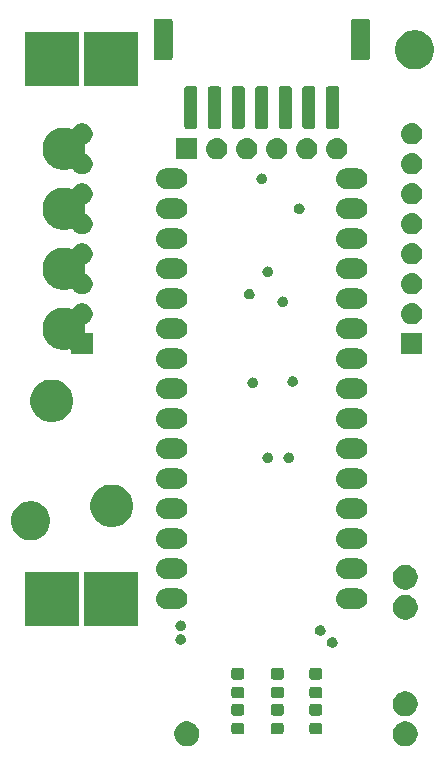
<source format=gbr>
G04 #@! TF.GenerationSoftware,KiCad,Pcbnew,(5.1.4)-1*
G04 #@! TF.CreationDate,2019-11-28T08:00:12+01:00*
G04 #@! TF.ProjectId,simpleMotor,73696d70-6c65-44d6-9f74-6f722e6b6963,rev?*
G04 #@! TF.SameCoordinates,Original*
G04 #@! TF.FileFunction,Soldermask,Top*
G04 #@! TF.FilePolarity,Negative*
%FSLAX46Y46*%
G04 Gerber Fmt 4.6, Leading zero omitted, Abs format (unit mm)*
G04 Created by KiCad (PCBNEW (5.1.4)-1) date 2019-11-28 08:00:12*
%MOMM*%
%LPD*%
G04 APERTURE LIST*
%ADD10C,0.100000*%
G04 APERTURE END LIST*
D10*
G36*
X169936564Y-152659389D02*
G01*
X170093756Y-152724500D01*
X170127835Y-152738616D01*
X170269168Y-152833052D01*
X170299973Y-152853635D01*
X170446365Y-153000027D01*
X170561385Y-153172167D01*
X170640611Y-153363436D01*
X170681000Y-153566484D01*
X170681000Y-153773516D01*
X170640611Y-153976564D01*
X170561385Y-154167833D01*
X170561384Y-154167835D01*
X170446365Y-154339973D01*
X170299973Y-154486365D01*
X170127835Y-154601384D01*
X170127834Y-154601385D01*
X170127833Y-154601385D01*
X169936564Y-154680611D01*
X169733516Y-154721000D01*
X169526484Y-154721000D01*
X169323436Y-154680611D01*
X169132167Y-154601385D01*
X169132166Y-154601385D01*
X169132165Y-154601384D01*
X168960027Y-154486365D01*
X168813635Y-154339973D01*
X168698616Y-154167835D01*
X168698615Y-154167833D01*
X168619389Y-153976564D01*
X168579000Y-153773516D01*
X168579000Y-153566484D01*
X168619389Y-153363436D01*
X168698615Y-153172167D01*
X168813635Y-153000027D01*
X168960027Y-152853635D01*
X168990832Y-152833052D01*
X169132165Y-152738616D01*
X169166244Y-152724500D01*
X169323436Y-152659389D01*
X169526484Y-152619000D01*
X169733516Y-152619000D01*
X169936564Y-152659389D01*
X169936564Y-152659389D01*
G37*
G36*
X151436564Y-152659389D02*
G01*
X151593756Y-152724500D01*
X151627835Y-152738616D01*
X151769168Y-152833052D01*
X151799973Y-152853635D01*
X151946365Y-153000027D01*
X152061385Y-153172167D01*
X152140611Y-153363436D01*
X152181000Y-153566484D01*
X152181000Y-153773516D01*
X152140611Y-153976564D01*
X152061385Y-154167833D01*
X152061384Y-154167835D01*
X151946365Y-154339973D01*
X151799973Y-154486365D01*
X151627835Y-154601384D01*
X151627834Y-154601385D01*
X151627833Y-154601385D01*
X151436564Y-154680611D01*
X151233516Y-154721000D01*
X151026484Y-154721000D01*
X150823436Y-154680611D01*
X150632167Y-154601385D01*
X150632166Y-154601385D01*
X150632165Y-154601384D01*
X150460027Y-154486365D01*
X150313635Y-154339973D01*
X150198616Y-154167835D01*
X150198615Y-154167833D01*
X150119389Y-153976564D01*
X150079000Y-153773516D01*
X150079000Y-153566484D01*
X150119389Y-153363436D01*
X150198615Y-153172167D01*
X150313635Y-153000027D01*
X150460027Y-152853635D01*
X150490832Y-152833052D01*
X150632165Y-152738616D01*
X150666244Y-152724500D01*
X150823436Y-152659389D01*
X151026484Y-152619000D01*
X151233516Y-152619000D01*
X151436564Y-152659389D01*
X151436564Y-152659389D01*
G37*
G36*
X162431591Y-152728585D02*
G01*
X162465569Y-152738893D01*
X162496890Y-152755634D01*
X162524339Y-152778161D01*
X162546866Y-152805610D01*
X162563607Y-152836931D01*
X162573915Y-152870909D01*
X162578000Y-152912390D01*
X162578000Y-153513610D01*
X162573915Y-153555091D01*
X162563607Y-153589069D01*
X162546866Y-153620390D01*
X162524339Y-153647839D01*
X162496890Y-153670366D01*
X162465569Y-153687107D01*
X162431591Y-153697415D01*
X162390110Y-153701500D01*
X161713890Y-153701500D01*
X161672409Y-153697415D01*
X161638431Y-153687107D01*
X161607110Y-153670366D01*
X161579661Y-153647839D01*
X161557134Y-153620390D01*
X161540393Y-153589069D01*
X161530085Y-153555091D01*
X161526000Y-153513610D01*
X161526000Y-152912390D01*
X161530085Y-152870909D01*
X161540393Y-152836931D01*
X161557134Y-152805610D01*
X161579661Y-152778161D01*
X161607110Y-152755634D01*
X161638431Y-152738893D01*
X161672409Y-152728585D01*
X161713890Y-152724500D01*
X162390110Y-152724500D01*
X162431591Y-152728585D01*
X162431591Y-152728585D01*
G37*
G36*
X155827591Y-152728585D02*
G01*
X155861569Y-152738893D01*
X155892890Y-152755634D01*
X155920339Y-152778161D01*
X155942866Y-152805610D01*
X155959607Y-152836931D01*
X155969915Y-152870909D01*
X155974000Y-152912390D01*
X155974000Y-153513610D01*
X155969915Y-153555091D01*
X155959607Y-153589069D01*
X155942866Y-153620390D01*
X155920339Y-153647839D01*
X155892890Y-153670366D01*
X155861569Y-153687107D01*
X155827591Y-153697415D01*
X155786110Y-153701500D01*
X155109890Y-153701500D01*
X155068409Y-153697415D01*
X155034431Y-153687107D01*
X155003110Y-153670366D01*
X154975661Y-153647839D01*
X154953134Y-153620390D01*
X154936393Y-153589069D01*
X154926085Y-153555091D01*
X154922000Y-153513610D01*
X154922000Y-152912390D01*
X154926085Y-152870909D01*
X154936393Y-152836931D01*
X154953134Y-152805610D01*
X154975661Y-152778161D01*
X155003110Y-152755634D01*
X155034431Y-152738893D01*
X155068409Y-152728585D01*
X155109890Y-152724500D01*
X155786110Y-152724500D01*
X155827591Y-152728585D01*
X155827591Y-152728585D01*
G37*
G36*
X159180592Y-152728585D02*
G01*
X159214570Y-152738893D01*
X159245891Y-152755634D01*
X159273340Y-152778161D01*
X159295867Y-152805610D01*
X159312608Y-152836931D01*
X159322916Y-152870909D01*
X159327001Y-152912390D01*
X159327001Y-153513610D01*
X159322916Y-153555091D01*
X159312608Y-153589069D01*
X159295867Y-153620390D01*
X159273340Y-153647839D01*
X159245891Y-153670366D01*
X159214570Y-153687107D01*
X159180592Y-153697415D01*
X159139111Y-153701500D01*
X158462891Y-153701500D01*
X158421410Y-153697415D01*
X158387432Y-153687107D01*
X158356111Y-153670366D01*
X158328662Y-153647839D01*
X158306135Y-153620390D01*
X158289394Y-153589069D01*
X158279086Y-153555091D01*
X158275001Y-153513610D01*
X158275001Y-152912390D01*
X158279086Y-152870909D01*
X158289394Y-152836931D01*
X158306135Y-152805610D01*
X158328662Y-152778161D01*
X158356111Y-152755634D01*
X158387432Y-152738893D01*
X158421410Y-152728585D01*
X158462891Y-152724500D01*
X159139111Y-152724500D01*
X159180592Y-152728585D01*
X159180592Y-152728585D01*
G37*
G36*
X169936564Y-150119389D02*
G01*
X170127833Y-150198615D01*
X170127835Y-150198616D01*
X170299973Y-150313635D01*
X170446365Y-150460027D01*
X170554837Y-150622366D01*
X170561385Y-150632167D01*
X170640611Y-150823436D01*
X170681000Y-151026484D01*
X170681000Y-151233516D01*
X170640611Y-151436564D01*
X170561385Y-151627833D01*
X170561384Y-151627835D01*
X170446365Y-151799973D01*
X170299973Y-151946365D01*
X170127835Y-152061384D01*
X170127834Y-152061385D01*
X170127833Y-152061385D01*
X169936564Y-152140611D01*
X169733516Y-152181000D01*
X169526484Y-152181000D01*
X169323436Y-152140611D01*
X169132167Y-152061385D01*
X169132166Y-152061385D01*
X169132165Y-152061384D01*
X168960027Y-151946365D01*
X168813635Y-151799973D01*
X168698616Y-151627835D01*
X168698615Y-151627833D01*
X168619389Y-151436564D01*
X168579000Y-151233516D01*
X168579000Y-151026484D01*
X168619389Y-150823436D01*
X168698615Y-150632167D01*
X168705164Y-150622366D01*
X168813635Y-150460027D01*
X168960027Y-150313635D01*
X169132165Y-150198616D01*
X169132167Y-150198615D01*
X169323436Y-150119389D01*
X169526484Y-150079000D01*
X169733516Y-150079000D01*
X169936564Y-150119389D01*
X169936564Y-150119389D01*
G37*
G36*
X162431591Y-151153585D02*
G01*
X162465569Y-151163893D01*
X162496890Y-151180634D01*
X162524339Y-151203161D01*
X162546866Y-151230610D01*
X162563607Y-151261931D01*
X162573915Y-151295909D01*
X162578000Y-151337390D01*
X162578000Y-151938610D01*
X162573915Y-151980091D01*
X162563607Y-152014069D01*
X162546866Y-152045390D01*
X162524339Y-152072839D01*
X162496890Y-152095366D01*
X162465569Y-152112107D01*
X162431591Y-152122415D01*
X162390110Y-152126500D01*
X161713890Y-152126500D01*
X161672409Y-152122415D01*
X161638431Y-152112107D01*
X161607110Y-152095366D01*
X161579661Y-152072839D01*
X161557134Y-152045390D01*
X161540393Y-152014069D01*
X161530085Y-151980091D01*
X161526000Y-151938610D01*
X161526000Y-151337390D01*
X161530085Y-151295909D01*
X161540393Y-151261931D01*
X161557134Y-151230610D01*
X161579661Y-151203161D01*
X161607110Y-151180634D01*
X161638431Y-151163893D01*
X161672409Y-151153585D01*
X161713890Y-151149500D01*
X162390110Y-151149500D01*
X162431591Y-151153585D01*
X162431591Y-151153585D01*
G37*
G36*
X159180592Y-151153585D02*
G01*
X159214570Y-151163893D01*
X159245891Y-151180634D01*
X159273340Y-151203161D01*
X159295867Y-151230610D01*
X159312608Y-151261931D01*
X159322916Y-151295909D01*
X159327001Y-151337390D01*
X159327001Y-151938610D01*
X159322916Y-151980091D01*
X159312608Y-152014069D01*
X159295867Y-152045390D01*
X159273340Y-152072839D01*
X159245891Y-152095366D01*
X159214570Y-152112107D01*
X159180592Y-152122415D01*
X159139111Y-152126500D01*
X158462891Y-152126500D01*
X158421410Y-152122415D01*
X158387432Y-152112107D01*
X158356111Y-152095366D01*
X158328662Y-152072839D01*
X158306135Y-152045390D01*
X158289394Y-152014069D01*
X158279086Y-151980091D01*
X158275001Y-151938610D01*
X158275001Y-151337390D01*
X158279086Y-151295909D01*
X158289394Y-151261931D01*
X158306135Y-151230610D01*
X158328662Y-151203161D01*
X158356111Y-151180634D01*
X158387432Y-151163893D01*
X158421410Y-151153585D01*
X158462891Y-151149500D01*
X159139111Y-151149500D01*
X159180592Y-151153585D01*
X159180592Y-151153585D01*
G37*
G36*
X155827591Y-151153585D02*
G01*
X155861569Y-151163893D01*
X155892890Y-151180634D01*
X155920339Y-151203161D01*
X155942866Y-151230610D01*
X155959607Y-151261931D01*
X155969915Y-151295909D01*
X155974000Y-151337390D01*
X155974000Y-151938610D01*
X155969915Y-151980091D01*
X155959607Y-152014069D01*
X155942866Y-152045390D01*
X155920339Y-152072839D01*
X155892890Y-152095366D01*
X155861569Y-152112107D01*
X155827591Y-152122415D01*
X155786110Y-152126500D01*
X155109890Y-152126500D01*
X155068409Y-152122415D01*
X155034431Y-152112107D01*
X155003110Y-152095366D01*
X154975661Y-152072839D01*
X154953134Y-152045390D01*
X154936393Y-152014069D01*
X154926085Y-151980091D01*
X154922000Y-151938610D01*
X154922000Y-151337390D01*
X154926085Y-151295909D01*
X154936393Y-151261931D01*
X154953134Y-151230610D01*
X154975661Y-151203161D01*
X155003110Y-151180634D01*
X155034431Y-151163893D01*
X155068409Y-151153585D01*
X155109890Y-151149500D01*
X155786110Y-151149500D01*
X155827591Y-151153585D01*
X155827591Y-151153585D01*
G37*
G36*
X155827591Y-149680585D02*
G01*
X155861569Y-149690893D01*
X155892890Y-149707634D01*
X155920339Y-149730161D01*
X155942866Y-149757610D01*
X155959607Y-149788931D01*
X155969915Y-149822909D01*
X155974000Y-149864390D01*
X155974000Y-150465610D01*
X155969915Y-150507091D01*
X155959607Y-150541069D01*
X155942866Y-150572390D01*
X155920339Y-150599839D01*
X155892890Y-150622366D01*
X155861569Y-150639107D01*
X155827591Y-150649415D01*
X155786110Y-150653500D01*
X155109890Y-150653500D01*
X155068409Y-150649415D01*
X155034431Y-150639107D01*
X155003110Y-150622366D01*
X154975661Y-150599839D01*
X154953134Y-150572390D01*
X154936393Y-150541069D01*
X154926085Y-150507091D01*
X154922000Y-150465610D01*
X154922000Y-149864390D01*
X154926085Y-149822909D01*
X154936393Y-149788931D01*
X154953134Y-149757610D01*
X154975661Y-149730161D01*
X155003110Y-149707634D01*
X155034431Y-149690893D01*
X155068409Y-149680585D01*
X155109890Y-149676500D01*
X155786110Y-149676500D01*
X155827591Y-149680585D01*
X155827591Y-149680585D01*
G37*
G36*
X159186590Y-149680585D02*
G01*
X159220568Y-149690893D01*
X159251889Y-149707634D01*
X159279338Y-149730161D01*
X159301865Y-149757610D01*
X159318606Y-149788931D01*
X159328914Y-149822909D01*
X159332999Y-149864390D01*
X159332999Y-150465610D01*
X159328914Y-150507091D01*
X159318606Y-150541069D01*
X159301865Y-150572390D01*
X159279338Y-150599839D01*
X159251889Y-150622366D01*
X159220568Y-150639107D01*
X159186590Y-150649415D01*
X159145109Y-150653500D01*
X158468889Y-150653500D01*
X158427408Y-150649415D01*
X158393430Y-150639107D01*
X158362109Y-150622366D01*
X158334660Y-150599839D01*
X158312133Y-150572390D01*
X158295392Y-150541069D01*
X158285084Y-150507091D01*
X158280999Y-150465610D01*
X158280999Y-149864390D01*
X158285084Y-149822909D01*
X158295392Y-149788931D01*
X158312133Y-149757610D01*
X158334660Y-149730161D01*
X158362109Y-149707634D01*
X158393430Y-149690893D01*
X158427408Y-149680585D01*
X158468889Y-149676500D01*
X159145109Y-149676500D01*
X159186590Y-149680585D01*
X159186590Y-149680585D01*
G37*
G36*
X162431591Y-149680585D02*
G01*
X162465569Y-149690893D01*
X162496890Y-149707634D01*
X162524339Y-149730161D01*
X162546866Y-149757610D01*
X162563607Y-149788931D01*
X162573915Y-149822909D01*
X162578000Y-149864390D01*
X162578000Y-150465610D01*
X162573915Y-150507091D01*
X162563607Y-150541069D01*
X162546866Y-150572390D01*
X162524339Y-150599839D01*
X162496890Y-150622366D01*
X162465569Y-150639107D01*
X162431591Y-150649415D01*
X162390110Y-150653500D01*
X161713890Y-150653500D01*
X161672409Y-150649415D01*
X161638431Y-150639107D01*
X161607110Y-150622366D01*
X161579661Y-150599839D01*
X161557134Y-150572390D01*
X161540393Y-150541069D01*
X161530085Y-150507091D01*
X161526000Y-150465610D01*
X161526000Y-149864390D01*
X161530085Y-149822909D01*
X161540393Y-149788931D01*
X161557134Y-149757610D01*
X161579661Y-149730161D01*
X161607110Y-149707634D01*
X161638431Y-149690893D01*
X161672409Y-149680585D01*
X161713890Y-149676500D01*
X162390110Y-149676500D01*
X162431591Y-149680585D01*
X162431591Y-149680585D01*
G37*
G36*
X155827591Y-148105585D02*
G01*
X155861569Y-148115893D01*
X155892890Y-148132634D01*
X155920339Y-148155161D01*
X155942866Y-148182610D01*
X155959607Y-148213931D01*
X155969915Y-148247909D01*
X155974000Y-148289390D01*
X155974000Y-148890610D01*
X155969915Y-148932091D01*
X155959607Y-148966069D01*
X155942866Y-148997390D01*
X155920339Y-149024839D01*
X155892890Y-149047366D01*
X155861569Y-149064107D01*
X155827591Y-149074415D01*
X155786110Y-149078500D01*
X155109890Y-149078500D01*
X155068409Y-149074415D01*
X155034431Y-149064107D01*
X155003110Y-149047366D01*
X154975661Y-149024839D01*
X154953134Y-148997390D01*
X154936393Y-148966069D01*
X154926085Y-148932091D01*
X154922000Y-148890610D01*
X154922000Y-148289390D01*
X154926085Y-148247909D01*
X154936393Y-148213931D01*
X154953134Y-148182610D01*
X154975661Y-148155161D01*
X155003110Y-148132634D01*
X155034431Y-148115893D01*
X155068409Y-148105585D01*
X155109890Y-148101500D01*
X155786110Y-148101500D01*
X155827591Y-148105585D01*
X155827591Y-148105585D01*
G37*
G36*
X162431591Y-148105585D02*
G01*
X162465569Y-148115893D01*
X162496890Y-148132634D01*
X162524339Y-148155161D01*
X162546866Y-148182610D01*
X162563607Y-148213931D01*
X162573915Y-148247909D01*
X162578000Y-148289390D01*
X162578000Y-148890610D01*
X162573915Y-148932091D01*
X162563607Y-148966069D01*
X162546866Y-148997390D01*
X162524339Y-149024839D01*
X162496890Y-149047366D01*
X162465569Y-149064107D01*
X162431591Y-149074415D01*
X162390110Y-149078500D01*
X161713890Y-149078500D01*
X161672409Y-149074415D01*
X161638431Y-149064107D01*
X161607110Y-149047366D01*
X161579661Y-149024839D01*
X161557134Y-148997390D01*
X161540393Y-148966069D01*
X161530085Y-148932091D01*
X161526000Y-148890610D01*
X161526000Y-148289390D01*
X161530085Y-148247909D01*
X161540393Y-148213931D01*
X161557134Y-148182610D01*
X161579661Y-148155161D01*
X161607110Y-148132634D01*
X161638431Y-148115893D01*
X161672409Y-148105585D01*
X161713890Y-148101500D01*
X162390110Y-148101500D01*
X162431591Y-148105585D01*
X162431591Y-148105585D01*
G37*
G36*
X159186590Y-148105585D02*
G01*
X159220568Y-148115893D01*
X159251889Y-148132634D01*
X159279338Y-148155161D01*
X159301865Y-148182610D01*
X159318606Y-148213931D01*
X159328914Y-148247909D01*
X159332999Y-148289390D01*
X159332999Y-148890610D01*
X159328914Y-148932091D01*
X159318606Y-148966069D01*
X159301865Y-148997390D01*
X159279338Y-149024839D01*
X159251889Y-149047366D01*
X159220568Y-149064107D01*
X159186590Y-149074415D01*
X159145109Y-149078500D01*
X158468889Y-149078500D01*
X158427408Y-149074415D01*
X158393430Y-149064107D01*
X158362109Y-149047366D01*
X158334660Y-149024839D01*
X158312133Y-148997390D01*
X158295392Y-148966069D01*
X158285084Y-148932091D01*
X158280999Y-148890610D01*
X158280999Y-148289390D01*
X158285084Y-148247909D01*
X158295392Y-148213931D01*
X158312133Y-148182610D01*
X158334660Y-148155161D01*
X158362109Y-148132634D01*
X158393430Y-148115893D01*
X158427408Y-148105585D01*
X158468889Y-148101500D01*
X159145109Y-148101500D01*
X159186590Y-148105585D01*
X159186590Y-148105585D01*
G37*
G36*
X163580552Y-145489331D02*
G01*
X163662627Y-145523328D01*
X163662629Y-145523329D01*
X163683759Y-145537448D01*
X163736495Y-145572685D01*
X163799315Y-145635505D01*
X163848672Y-145709373D01*
X163882669Y-145791448D01*
X163900000Y-145878579D01*
X163900000Y-145967421D01*
X163882669Y-146054552D01*
X163862738Y-146102668D01*
X163848671Y-146136629D01*
X163799314Y-146210496D01*
X163736496Y-146273314D01*
X163662629Y-146322671D01*
X163662628Y-146322672D01*
X163662627Y-146322672D01*
X163580552Y-146356669D01*
X163493421Y-146374000D01*
X163404579Y-146374000D01*
X163317448Y-146356669D01*
X163235373Y-146322672D01*
X163235372Y-146322672D01*
X163235371Y-146322671D01*
X163161504Y-146273314D01*
X163098686Y-146210496D01*
X163049329Y-146136629D01*
X163035262Y-146102668D01*
X163015331Y-146054552D01*
X162998000Y-145967421D01*
X162998000Y-145878579D01*
X163015331Y-145791448D01*
X163049328Y-145709373D01*
X163098685Y-145635505D01*
X163161505Y-145572685D01*
X163214241Y-145537448D01*
X163235371Y-145523329D01*
X163235373Y-145523328D01*
X163317448Y-145489331D01*
X163404579Y-145472000D01*
X163493421Y-145472000D01*
X163580552Y-145489331D01*
X163580552Y-145489331D01*
G37*
G36*
X150631903Y-145201433D02*
G01*
X150653513Y-145212984D01*
X150676963Y-145220097D01*
X150753552Y-145235331D01*
X150835627Y-145269328D01*
X150835629Y-145269329D01*
X150872813Y-145294175D01*
X150909495Y-145318685D01*
X150972315Y-145381505D01*
X151021672Y-145455373D01*
X151055669Y-145537448D01*
X151073000Y-145624579D01*
X151073000Y-145713421D01*
X151055669Y-145800552D01*
X151023349Y-145878579D01*
X151021671Y-145882629D01*
X150972314Y-145956496D01*
X150909496Y-146019314D01*
X150835629Y-146068671D01*
X150835628Y-146068672D01*
X150835627Y-146068672D01*
X150753552Y-146102669D01*
X150666421Y-146120000D01*
X150577579Y-146120000D01*
X150490448Y-146102669D01*
X150408373Y-146068672D01*
X150408372Y-146068672D01*
X150408371Y-146068671D01*
X150334504Y-146019314D01*
X150271686Y-145956496D01*
X150222329Y-145882629D01*
X150220651Y-145878579D01*
X150188331Y-145800552D01*
X150171000Y-145713421D01*
X150171000Y-145624579D01*
X150188331Y-145537448D01*
X150222328Y-145455373D01*
X150271685Y-145381505D01*
X150334505Y-145318685D01*
X150371187Y-145294175D01*
X150408371Y-145269329D01*
X150408373Y-145269328D01*
X150490448Y-145235331D01*
X150567037Y-145220097D01*
X150590486Y-145212984D01*
X150612096Y-145201433D01*
X150622000Y-145193305D01*
X150631903Y-145201433D01*
X150631903Y-145201433D01*
G37*
G36*
X162564552Y-144473331D02*
G01*
X162646627Y-144507328D01*
X162646629Y-144507329D01*
X162683813Y-144532175D01*
X162720495Y-144556685D01*
X162783315Y-144619505D01*
X162832672Y-144693373D01*
X162866669Y-144775448D01*
X162884000Y-144862579D01*
X162884000Y-144951421D01*
X162866669Y-145038552D01*
X162832672Y-145120627D01*
X162832671Y-145120629D01*
X162783314Y-145194496D01*
X162720496Y-145257314D01*
X162646629Y-145306671D01*
X162646628Y-145306672D01*
X162646627Y-145306672D01*
X162564552Y-145340669D01*
X162477421Y-145358000D01*
X162388579Y-145358000D01*
X162301448Y-145340669D01*
X162219373Y-145306672D01*
X162219372Y-145306672D01*
X162219371Y-145306671D01*
X162145504Y-145257314D01*
X162082686Y-145194496D01*
X162033329Y-145120629D01*
X162033328Y-145120627D01*
X161999331Y-145038552D01*
X161982000Y-144951421D01*
X161982000Y-144862579D01*
X161999331Y-144775448D01*
X162033328Y-144693373D01*
X162082685Y-144619505D01*
X162145505Y-144556685D01*
X162182187Y-144532175D01*
X162219371Y-144507329D01*
X162219373Y-144507328D01*
X162301448Y-144473331D01*
X162388579Y-144456000D01*
X162477421Y-144456000D01*
X162564552Y-144473331D01*
X162564552Y-144473331D01*
G37*
G36*
X150753552Y-144092331D02*
G01*
X150835627Y-144126328D01*
X150835629Y-144126329D01*
X150872813Y-144151175D01*
X150909495Y-144175685D01*
X150972315Y-144238505D01*
X151021672Y-144312373D01*
X151055669Y-144394448D01*
X151073000Y-144481579D01*
X151073000Y-144570421D01*
X151055669Y-144657552D01*
X151040831Y-144693373D01*
X151021671Y-144739629D01*
X150972314Y-144813496D01*
X150909496Y-144876314D01*
X150835629Y-144925671D01*
X150835628Y-144925672D01*
X150835627Y-144925672D01*
X150753552Y-144959669D01*
X150676963Y-144974903D01*
X150653514Y-144982016D01*
X150631904Y-144993567D01*
X150622000Y-145001695D01*
X150612097Y-144993567D01*
X150590487Y-144982016D01*
X150567037Y-144974903D01*
X150490448Y-144959669D01*
X150408373Y-144925672D01*
X150408372Y-144925672D01*
X150408371Y-144925671D01*
X150334504Y-144876314D01*
X150271686Y-144813496D01*
X150222329Y-144739629D01*
X150203169Y-144693373D01*
X150188331Y-144657552D01*
X150171000Y-144570421D01*
X150171000Y-144481579D01*
X150188331Y-144394448D01*
X150222328Y-144312373D01*
X150271685Y-144238505D01*
X150334505Y-144175685D01*
X150371187Y-144151175D01*
X150408371Y-144126329D01*
X150408373Y-144126328D01*
X150490448Y-144092331D01*
X150577579Y-144075000D01*
X150666421Y-144075000D01*
X150753552Y-144092331D01*
X150753552Y-144092331D01*
G37*
G36*
X147041000Y-144541000D02*
G01*
X142439000Y-144541000D01*
X142439000Y-139939000D01*
X147041000Y-139939000D01*
X147041000Y-144541000D01*
X147041000Y-144541000D01*
G37*
G36*
X142041000Y-144541000D02*
G01*
X137439000Y-144541000D01*
X137439000Y-139939000D01*
X142041000Y-139939000D01*
X142041000Y-144541000D01*
X142041000Y-144541000D01*
G37*
G36*
X169936564Y-141959389D02*
G01*
X170127833Y-142038615D01*
X170127835Y-142038616D01*
X170299973Y-142153635D01*
X170446365Y-142300027D01*
X170520999Y-142411724D01*
X170561385Y-142472167D01*
X170640611Y-142663436D01*
X170681000Y-142866484D01*
X170681000Y-143073516D01*
X170640611Y-143276564D01*
X170561385Y-143467833D01*
X170561384Y-143467835D01*
X170446365Y-143639973D01*
X170299973Y-143786365D01*
X170127835Y-143901384D01*
X170127834Y-143901385D01*
X170127833Y-143901385D01*
X169936564Y-143980611D01*
X169733516Y-144021000D01*
X169526484Y-144021000D01*
X169323436Y-143980611D01*
X169132167Y-143901385D01*
X169132166Y-143901385D01*
X169132165Y-143901384D01*
X168960027Y-143786365D01*
X168813635Y-143639973D01*
X168698616Y-143467835D01*
X168698615Y-143467833D01*
X168619389Y-143276564D01*
X168579000Y-143073516D01*
X168579000Y-142866484D01*
X168619389Y-142663436D01*
X168698615Y-142472167D01*
X168739002Y-142411724D01*
X168813635Y-142300027D01*
X168960027Y-142153635D01*
X169132165Y-142038616D01*
X169132167Y-142038615D01*
X169323436Y-141959389D01*
X169526484Y-141919000D01*
X169733516Y-141919000D01*
X169936564Y-141959389D01*
X169936564Y-141959389D01*
G37*
G36*
X150476724Y-141376675D02*
G01*
X150611114Y-141417442D01*
X150621562Y-141420611D01*
X150641855Y-141426767D01*
X150794033Y-141508108D01*
X150927423Y-141617577D01*
X151036892Y-141750967D01*
X151118233Y-141903145D01*
X151168325Y-142068276D01*
X151185238Y-142240000D01*
X151168325Y-142411724D01*
X151118233Y-142576855D01*
X151036892Y-142729033D01*
X150927423Y-142862423D01*
X150794033Y-142971892D01*
X150641855Y-143053233D01*
X150476724Y-143103325D01*
X150348032Y-143116000D01*
X149371968Y-143116000D01*
X149243276Y-143103325D01*
X149078145Y-143053233D01*
X148925967Y-142971892D01*
X148792577Y-142862423D01*
X148683108Y-142729033D01*
X148601767Y-142576855D01*
X148551675Y-142411724D01*
X148534762Y-142240000D01*
X148551675Y-142068276D01*
X148601767Y-141903145D01*
X148683108Y-141750967D01*
X148792577Y-141617577D01*
X148925967Y-141508108D01*
X149078145Y-141426767D01*
X149098439Y-141420611D01*
X149108886Y-141417442D01*
X149243276Y-141376675D01*
X149371968Y-141364000D01*
X150348032Y-141364000D01*
X150476724Y-141376675D01*
X150476724Y-141376675D01*
G37*
G36*
X165716724Y-141376675D02*
G01*
X165851114Y-141417442D01*
X165861562Y-141420611D01*
X165881855Y-141426767D01*
X166034033Y-141508108D01*
X166167423Y-141617577D01*
X166276892Y-141750967D01*
X166358233Y-141903145D01*
X166408325Y-142068276D01*
X166425238Y-142240000D01*
X166408325Y-142411724D01*
X166358233Y-142576855D01*
X166276892Y-142729033D01*
X166167423Y-142862423D01*
X166034033Y-142971892D01*
X165881855Y-143053233D01*
X165716724Y-143103325D01*
X165588032Y-143116000D01*
X164611968Y-143116000D01*
X164483276Y-143103325D01*
X164318145Y-143053233D01*
X164165967Y-142971892D01*
X164032577Y-142862423D01*
X163923108Y-142729033D01*
X163841767Y-142576855D01*
X163791675Y-142411724D01*
X163774762Y-142240000D01*
X163791675Y-142068276D01*
X163841767Y-141903145D01*
X163923108Y-141750967D01*
X164032577Y-141617577D01*
X164165967Y-141508108D01*
X164318145Y-141426767D01*
X164338439Y-141420611D01*
X164348886Y-141417442D01*
X164483276Y-141376675D01*
X164611968Y-141364000D01*
X165588032Y-141364000D01*
X165716724Y-141376675D01*
X165716724Y-141376675D01*
G37*
G36*
X169936564Y-139399389D02*
G01*
X170127833Y-139478615D01*
X170127835Y-139478616D01*
X170299973Y-139593635D01*
X170446365Y-139740027D01*
X170534364Y-139871726D01*
X170561385Y-139912167D01*
X170640611Y-140103436D01*
X170681000Y-140306484D01*
X170681000Y-140513516D01*
X170640611Y-140716564D01*
X170561385Y-140907833D01*
X170561384Y-140907835D01*
X170446365Y-141079973D01*
X170299973Y-141226365D01*
X170127835Y-141341384D01*
X170127834Y-141341385D01*
X170127833Y-141341385D01*
X169936564Y-141420611D01*
X169733516Y-141461000D01*
X169526484Y-141461000D01*
X169323436Y-141420611D01*
X169132167Y-141341385D01*
X169132166Y-141341385D01*
X169132165Y-141341384D01*
X168960027Y-141226365D01*
X168813635Y-141079973D01*
X168698616Y-140907835D01*
X168698615Y-140907833D01*
X168619389Y-140716564D01*
X168579000Y-140513516D01*
X168579000Y-140306484D01*
X168619389Y-140103436D01*
X168698615Y-139912167D01*
X168725637Y-139871726D01*
X168813635Y-139740027D01*
X168960027Y-139593635D01*
X169132165Y-139478616D01*
X169132167Y-139478615D01*
X169323436Y-139399389D01*
X169526484Y-139359000D01*
X169733516Y-139359000D01*
X169936564Y-139399389D01*
X169936564Y-139399389D01*
G37*
G36*
X150476724Y-138836675D02*
G01*
X150641855Y-138886767D01*
X150794033Y-138968108D01*
X150927423Y-139077577D01*
X151036892Y-139210967D01*
X151118233Y-139363145D01*
X151168325Y-139528276D01*
X151185238Y-139700000D01*
X151168325Y-139871724D01*
X151118233Y-140036855D01*
X151036892Y-140189033D01*
X150927423Y-140322423D01*
X150794033Y-140431892D01*
X150641855Y-140513233D01*
X150476724Y-140563325D01*
X150348032Y-140576000D01*
X149371968Y-140576000D01*
X149243276Y-140563325D01*
X149078145Y-140513233D01*
X148925967Y-140431892D01*
X148792577Y-140322423D01*
X148683108Y-140189033D01*
X148601767Y-140036855D01*
X148551675Y-139871724D01*
X148534762Y-139700000D01*
X148551675Y-139528276D01*
X148601767Y-139363145D01*
X148683108Y-139210967D01*
X148792577Y-139077577D01*
X148925967Y-138968108D01*
X149078145Y-138886767D01*
X149243276Y-138836675D01*
X149371968Y-138824000D01*
X150348032Y-138824000D01*
X150476724Y-138836675D01*
X150476724Y-138836675D01*
G37*
G36*
X165716724Y-138836675D02*
G01*
X165881855Y-138886767D01*
X166034033Y-138968108D01*
X166167423Y-139077577D01*
X166276892Y-139210967D01*
X166358233Y-139363145D01*
X166408325Y-139528276D01*
X166425238Y-139700000D01*
X166408325Y-139871724D01*
X166358233Y-140036855D01*
X166276892Y-140189033D01*
X166167423Y-140322423D01*
X166034033Y-140431892D01*
X165881855Y-140513233D01*
X165716724Y-140563325D01*
X165588032Y-140576000D01*
X164611968Y-140576000D01*
X164483276Y-140563325D01*
X164318145Y-140513233D01*
X164165967Y-140431892D01*
X164032577Y-140322423D01*
X163923108Y-140189033D01*
X163841767Y-140036855D01*
X163791675Y-139871724D01*
X163774762Y-139700000D01*
X163791675Y-139528276D01*
X163841767Y-139363145D01*
X163923108Y-139210967D01*
X164032577Y-139077577D01*
X164165967Y-138968108D01*
X164318145Y-138886767D01*
X164483276Y-138836675D01*
X164611968Y-138824000D01*
X165588032Y-138824000D01*
X165716724Y-138836675D01*
X165716724Y-138836675D01*
G37*
G36*
X165716724Y-136296675D02*
G01*
X165881855Y-136346767D01*
X166034033Y-136428108D01*
X166167423Y-136537577D01*
X166276892Y-136670967D01*
X166358233Y-136823145D01*
X166408325Y-136988276D01*
X166425238Y-137160000D01*
X166408325Y-137331724D01*
X166358233Y-137496855D01*
X166276892Y-137649033D01*
X166167423Y-137782423D01*
X166034033Y-137891892D01*
X165881855Y-137973233D01*
X165716724Y-138023325D01*
X165588032Y-138036000D01*
X164611968Y-138036000D01*
X164483276Y-138023325D01*
X164318145Y-137973233D01*
X164165967Y-137891892D01*
X164032577Y-137782423D01*
X163923108Y-137649033D01*
X163841767Y-137496855D01*
X163791675Y-137331724D01*
X163774762Y-137160000D01*
X163791675Y-136988276D01*
X163841767Y-136823145D01*
X163923108Y-136670967D01*
X164032577Y-136537577D01*
X164165967Y-136428108D01*
X164318145Y-136346767D01*
X164483276Y-136296675D01*
X164611968Y-136284000D01*
X165588032Y-136284000D01*
X165716724Y-136296675D01*
X165716724Y-136296675D01*
G37*
G36*
X150476724Y-136296675D02*
G01*
X150641855Y-136346767D01*
X150794033Y-136428108D01*
X150927423Y-136537577D01*
X151036892Y-136670967D01*
X151118233Y-136823145D01*
X151168325Y-136988276D01*
X151185238Y-137160000D01*
X151168325Y-137331724D01*
X151118233Y-137496855D01*
X151036892Y-137649033D01*
X150927423Y-137782423D01*
X150794033Y-137891892D01*
X150641855Y-137973233D01*
X150476724Y-138023325D01*
X150348032Y-138036000D01*
X149371968Y-138036000D01*
X149243276Y-138023325D01*
X149078145Y-137973233D01*
X148925967Y-137891892D01*
X148792577Y-137782423D01*
X148683108Y-137649033D01*
X148601767Y-137496855D01*
X148551675Y-137331724D01*
X148534762Y-137160000D01*
X148551675Y-136988276D01*
X148601767Y-136823145D01*
X148683108Y-136670967D01*
X148792577Y-136537577D01*
X148925967Y-136428108D01*
X149078145Y-136346767D01*
X149243276Y-136296675D01*
X149371968Y-136284000D01*
X150348032Y-136284000D01*
X150476724Y-136296675D01*
X150476724Y-136296675D01*
G37*
G36*
X138297256Y-134027298D02*
G01*
X138403579Y-134048447D01*
X138704042Y-134172903D01*
X138974451Y-134353585D01*
X139204415Y-134583549D01*
X139385097Y-134853958D01*
X139490753Y-135109033D01*
X139509553Y-135154422D01*
X139565013Y-135433234D01*
X139573000Y-135473391D01*
X139573000Y-135798609D01*
X139509553Y-136117579D01*
X139385097Y-136418042D01*
X139204415Y-136688451D01*
X138974451Y-136918415D01*
X138704042Y-137099097D01*
X138403579Y-137223553D01*
X138297256Y-137244702D01*
X138084611Y-137287000D01*
X137759389Y-137287000D01*
X137546744Y-137244702D01*
X137440421Y-137223553D01*
X137139958Y-137099097D01*
X136869549Y-136918415D01*
X136639585Y-136688451D01*
X136458903Y-136418042D01*
X136334447Y-136117579D01*
X136271000Y-135798609D01*
X136271000Y-135473391D01*
X136278988Y-135433234D01*
X136334447Y-135154422D01*
X136353248Y-135109033D01*
X136458903Y-134853958D01*
X136639585Y-134583549D01*
X136869549Y-134353585D01*
X137139958Y-134172903D01*
X137440421Y-134048447D01*
X137546744Y-134027298D01*
X137759389Y-133985000D01*
X138084611Y-133985000D01*
X138297256Y-134027298D01*
X138297256Y-134027298D01*
G37*
G36*
X145006905Y-132574789D02*
G01*
X145305350Y-132634153D01*
X145633122Y-132769921D01*
X145928109Y-132967025D01*
X146178975Y-133217891D01*
X146376079Y-133512878D01*
X146511847Y-133840650D01*
X146581060Y-134188611D01*
X146581060Y-134543389D01*
X146511847Y-134891350D01*
X146376079Y-135219122D01*
X146178975Y-135514109D01*
X145928109Y-135764975D01*
X145633122Y-135962079D01*
X145305350Y-136097847D01*
X145006905Y-136157211D01*
X144957390Y-136167060D01*
X144602610Y-136167060D01*
X144553095Y-136157211D01*
X144254650Y-136097847D01*
X143926878Y-135962079D01*
X143631891Y-135764975D01*
X143381025Y-135514109D01*
X143183921Y-135219122D01*
X143048153Y-134891350D01*
X142978940Y-134543389D01*
X142978940Y-134188611D01*
X143048153Y-133840650D01*
X143183921Y-133512878D01*
X143381025Y-133217891D01*
X143631891Y-132967025D01*
X143926878Y-132769921D01*
X144254650Y-132634153D01*
X144553095Y-132574789D01*
X144602610Y-132564940D01*
X144957390Y-132564940D01*
X145006905Y-132574789D01*
X145006905Y-132574789D01*
G37*
G36*
X150476724Y-133756675D02*
G01*
X150641855Y-133806767D01*
X150794033Y-133888108D01*
X150927423Y-133997577D01*
X151036892Y-134130967D01*
X151118233Y-134283145D01*
X151168325Y-134448276D01*
X151185238Y-134620000D01*
X151168325Y-134791724D01*
X151118233Y-134956855D01*
X151036892Y-135109033D01*
X150927423Y-135242423D01*
X150794033Y-135351892D01*
X150641855Y-135433233D01*
X150476724Y-135483325D01*
X150348032Y-135496000D01*
X149371968Y-135496000D01*
X149243276Y-135483325D01*
X149078145Y-135433233D01*
X148925967Y-135351892D01*
X148792577Y-135242423D01*
X148683108Y-135109033D01*
X148601767Y-134956855D01*
X148551675Y-134791724D01*
X148534762Y-134620000D01*
X148551675Y-134448276D01*
X148601767Y-134283145D01*
X148683108Y-134130967D01*
X148792577Y-133997577D01*
X148925967Y-133888108D01*
X149078145Y-133806767D01*
X149243276Y-133756675D01*
X149371968Y-133744000D01*
X150348032Y-133744000D01*
X150476724Y-133756675D01*
X150476724Y-133756675D01*
G37*
G36*
X165716724Y-133756675D02*
G01*
X165881855Y-133806767D01*
X166034033Y-133888108D01*
X166167423Y-133997577D01*
X166276892Y-134130967D01*
X166358233Y-134283145D01*
X166408325Y-134448276D01*
X166425238Y-134620000D01*
X166408325Y-134791724D01*
X166358233Y-134956855D01*
X166276892Y-135109033D01*
X166167423Y-135242423D01*
X166034033Y-135351892D01*
X165881855Y-135433233D01*
X165716724Y-135483325D01*
X165588032Y-135496000D01*
X164611968Y-135496000D01*
X164483276Y-135483325D01*
X164318145Y-135433233D01*
X164165967Y-135351892D01*
X164032577Y-135242423D01*
X163923108Y-135109033D01*
X163841767Y-134956855D01*
X163791675Y-134791724D01*
X163774762Y-134620000D01*
X163791675Y-134448276D01*
X163841767Y-134283145D01*
X163923108Y-134130967D01*
X164032577Y-133997577D01*
X164165967Y-133888108D01*
X164318145Y-133806767D01*
X164483276Y-133756675D01*
X164611968Y-133744000D01*
X165588032Y-133744000D01*
X165716724Y-133756675D01*
X165716724Y-133756675D01*
G37*
G36*
X150476724Y-131216675D02*
G01*
X150641855Y-131266767D01*
X150794033Y-131348108D01*
X150927423Y-131457577D01*
X151036892Y-131590967D01*
X151118233Y-131743145D01*
X151168325Y-131908276D01*
X151185238Y-132080000D01*
X151168325Y-132251724D01*
X151118233Y-132416855D01*
X151036892Y-132569033D01*
X150927423Y-132702423D01*
X150794033Y-132811892D01*
X150641855Y-132893233D01*
X150476724Y-132943325D01*
X150348032Y-132956000D01*
X149371968Y-132956000D01*
X149243276Y-132943325D01*
X149078145Y-132893233D01*
X148925967Y-132811892D01*
X148792577Y-132702423D01*
X148683108Y-132569033D01*
X148601767Y-132416855D01*
X148551675Y-132251724D01*
X148534762Y-132080000D01*
X148551675Y-131908276D01*
X148601767Y-131743145D01*
X148683108Y-131590967D01*
X148792577Y-131457577D01*
X148925967Y-131348108D01*
X149078145Y-131266767D01*
X149243276Y-131216675D01*
X149371968Y-131204000D01*
X150348032Y-131204000D01*
X150476724Y-131216675D01*
X150476724Y-131216675D01*
G37*
G36*
X165716724Y-131216675D02*
G01*
X165881855Y-131266767D01*
X166034033Y-131348108D01*
X166167423Y-131457577D01*
X166276892Y-131590967D01*
X166358233Y-131743145D01*
X166408325Y-131908276D01*
X166425238Y-132080000D01*
X166408325Y-132251724D01*
X166358233Y-132416855D01*
X166276892Y-132569033D01*
X166167423Y-132702423D01*
X166034033Y-132811892D01*
X165881855Y-132893233D01*
X165716724Y-132943325D01*
X165588032Y-132956000D01*
X164611968Y-132956000D01*
X164483276Y-132943325D01*
X164318145Y-132893233D01*
X164165967Y-132811892D01*
X164032577Y-132702423D01*
X163923108Y-132569033D01*
X163841767Y-132416855D01*
X163791675Y-132251724D01*
X163774762Y-132080000D01*
X163791675Y-131908276D01*
X163841767Y-131743145D01*
X163923108Y-131590967D01*
X164032577Y-131457577D01*
X164165967Y-131348108D01*
X164318145Y-131266767D01*
X164483276Y-131216675D01*
X164611968Y-131204000D01*
X165588032Y-131204000D01*
X165716724Y-131216675D01*
X165716724Y-131216675D01*
G37*
G36*
X159897552Y-129868331D02*
G01*
X159979627Y-129902328D01*
X159979629Y-129902329D01*
X160016813Y-129927175D01*
X160053495Y-129951685D01*
X160116315Y-130014505D01*
X160165672Y-130088373D01*
X160199669Y-130170448D01*
X160217000Y-130257579D01*
X160217000Y-130346421D01*
X160199669Y-130433552D01*
X160165672Y-130515627D01*
X160165671Y-130515629D01*
X160116314Y-130589496D01*
X160053496Y-130652314D01*
X159979629Y-130701671D01*
X159979628Y-130701672D01*
X159979627Y-130701672D01*
X159897552Y-130735669D01*
X159810421Y-130753000D01*
X159721579Y-130753000D01*
X159634448Y-130735669D01*
X159552373Y-130701672D01*
X159552372Y-130701672D01*
X159552371Y-130701671D01*
X159478504Y-130652314D01*
X159415686Y-130589496D01*
X159366329Y-130515629D01*
X159366328Y-130515627D01*
X159332331Y-130433552D01*
X159315000Y-130346421D01*
X159315000Y-130257579D01*
X159332331Y-130170448D01*
X159366328Y-130088373D01*
X159415685Y-130014505D01*
X159478505Y-129951685D01*
X159515187Y-129927175D01*
X159552371Y-129902329D01*
X159552373Y-129902328D01*
X159634448Y-129868331D01*
X159721579Y-129851000D01*
X159810421Y-129851000D01*
X159897552Y-129868331D01*
X159897552Y-129868331D01*
G37*
G36*
X158119552Y-129868331D02*
G01*
X158201627Y-129902328D01*
X158201629Y-129902329D01*
X158238813Y-129927175D01*
X158275495Y-129951685D01*
X158338315Y-130014505D01*
X158387672Y-130088373D01*
X158421669Y-130170448D01*
X158439000Y-130257579D01*
X158439000Y-130346421D01*
X158421669Y-130433552D01*
X158387672Y-130515627D01*
X158387671Y-130515629D01*
X158338314Y-130589496D01*
X158275496Y-130652314D01*
X158201629Y-130701671D01*
X158201628Y-130701672D01*
X158201627Y-130701672D01*
X158119552Y-130735669D01*
X158032421Y-130753000D01*
X157943579Y-130753000D01*
X157856448Y-130735669D01*
X157774373Y-130701672D01*
X157774372Y-130701672D01*
X157774371Y-130701671D01*
X157700504Y-130652314D01*
X157637686Y-130589496D01*
X157588329Y-130515629D01*
X157588328Y-130515627D01*
X157554331Y-130433552D01*
X157537000Y-130346421D01*
X157537000Y-130257579D01*
X157554331Y-130170448D01*
X157588328Y-130088373D01*
X157637685Y-130014505D01*
X157700505Y-129951685D01*
X157737187Y-129927175D01*
X157774371Y-129902329D01*
X157774373Y-129902328D01*
X157856448Y-129868331D01*
X157943579Y-129851000D01*
X158032421Y-129851000D01*
X158119552Y-129868331D01*
X158119552Y-129868331D01*
G37*
G36*
X150476724Y-128676675D02*
G01*
X150641855Y-128726767D01*
X150794033Y-128808108D01*
X150927423Y-128917577D01*
X151036892Y-129050967D01*
X151118233Y-129203145D01*
X151168325Y-129368276D01*
X151185238Y-129540000D01*
X151168325Y-129711724D01*
X151118233Y-129876855D01*
X151036892Y-130029033D01*
X150927423Y-130162423D01*
X150794033Y-130271892D01*
X150641855Y-130353233D01*
X150476724Y-130403325D01*
X150348032Y-130416000D01*
X149371968Y-130416000D01*
X149243276Y-130403325D01*
X149078145Y-130353233D01*
X148925967Y-130271892D01*
X148792577Y-130162423D01*
X148683108Y-130029033D01*
X148601767Y-129876855D01*
X148551675Y-129711724D01*
X148534762Y-129540000D01*
X148551675Y-129368276D01*
X148601767Y-129203145D01*
X148683108Y-129050967D01*
X148792577Y-128917577D01*
X148925967Y-128808108D01*
X149078145Y-128726767D01*
X149243276Y-128676675D01*
X149371968Y-128664000D01*
X150348032Y-128664000D01*
X150476724Y-128676675D01*
X150476724Y-128676675D01*
G37*
G36*
X165716724Y-128676675D02*
G01*
X165881855Y-128726767D01*
X166034033Y-128808108D01*
X166167423Y-128917577D01*
X166276892Y-129050967D01*
X166358233Y-129203145D01*
X166408325Y-129368276D01*
X166425238Y-129540000D01*
X166408325Y-129711724D01*
X166358233Y-129876855D01*
X166276892Y-130029033D01*
X166167423Y-130162423D01*
X166034033Y-130271892D01*
X165881855Y-130353233D01*
X165716724Y-130403325D01*
X165588032Y-130416000D01*
X164611968Y-130416000D01*
X164483276Y-130403325D01*
X164318145Y-130353233D01*
X164165967Y-130271892D01*
X164032577Y-130162423D01*
X163923108Y-130029033D01*
X163841767Y-129876855D01*
X163791675Y-129711724D01*
X163774762Y-129540000D01*
X163791675Y-129368276D01*
X163841767Y-129203145D01*
X163923108Y-129050967D01*
X164032577Y-128917577D01*
X164165967Y-128808108D01*
X164318145Y-128726767D01*
X164483276Y-128676675D01*
X164611968Y-128664000D01*
X165588032Y-128664000D01*
X165716724Y-128676675D01*
X165716724Y-128676675D01*
G37*
G36*
X150476724Y-126136675D02*
G01*
X150641855Y-126186767D01*
X150794033Y-126268108D01*
X150927423Y-126377577D01*
X151036892Y-126510967D01*
X151118233Y-126663145D01*
X151168325Y-126828276D01*
X151185238Y-127000000D01*
X151168325Y-127171724D01*
X151118233Y-127336855D01*
X151036892Y-127489033D01*
X150927423Y-127622423D01*
X150794033Y-127731892D01*
X150641855Y-127813233D01*
X150476724Y-127863325D01*
X150348032Y-127876000D01*
X149371968Y-127876000D01*
X149243276Y-127863325D01*
X149078145Y-127813233D01*
X148925967Y-127731892D01*
X148792577Y-127622423D01*
X148683108Y-127489033D01*
X148601767Y-127336855D01*
X148551675Y-127171724D01*
X148534762Y-127000000D01*
X148551675Y-126828276D01*
X148601767Y-126663145D01*
X148683108Y-126510967D01*
X148792577Y-126377577D01*
X148925967Y-126268108D01*
X149078145Y-126186767D01*
X149243276Y-126136675D01*
X149371968Y-126124000D01*
X150348032Y-126124000D01*
X150476724Y-126136675D01*
X150476724Y-126136675D01*
G37*
G36*
X165716724Y-126136675D02*
G01*
X165881855Y-126186767D01*
X166034033Y-126268108D01*
X166167423Y-126377577D01*
X166276892Y-126510967D01*
X166358233Y-126663145D01*
X166408325Y-126828276D01*
X166425238Y-127000000D01*
X166408325Y-127171724D01*
X166358233Y-127336855D01*
X166276892Y-127489033D01*
X166167423Y-127622423D01*
X166034033Y-127731892D01*
X165881855Y-127813233D01*
X165716724Y-127863325D01*
X165588032Y-127876000D01*
X164611968Y-127876000D01*
X164483276Y-127863325D01*
X164318145Y-127813233D01*
X164165967Y-127731892D01*
X164032577Y-127622423D01*
X163923108Y-127489033D01*
X163841767Y-127336855D01*
X163791675Y-127171724D01*
X163774762Y-127000000D01*
X163791675Y-126828276D01*
X163841767Y-126663145D01*
X163923108Y-126510967D01*
X164032577Y-126377577D01*
X164165967Y-126268108D01*
X164318145Y-126186767D01*
X164483276Y-126136675D01*
X164611968Y-126124000D01*
X165588032Y-126124000D01*
X165716724Y-126136675D01*
X165716724Y-126136675D01*
G37*
G36*
X139926905Y-123684789D02*
G01*
X140225350Y-123744153D01*
X140553122Y-123879921D01*
X140848109Y-124077025D01*
X141098975Y-124327891D01*
X141296079Y-124622878D01*
X141431847Y-124950650D01*
X141501060Y-125298611D01*
X141501060Y-125653389D01*
X141431847Y-126001350D01*
X141296079Y-126329122D01*
X141098975Y-126624109D01*
X140848109Y-126874975D01*
X140553122Y-127072079D01*
X140225350Y-127207847D01*
X139926905Y-127267211D01*
X139877390Y-127277060D01*
X139522610Y-127277060D01*
X139473095Y-127267211D01*
X139174650Y-127207847D01*
X138846878Y-127072079D01*
X138551891Y-126874975D01*
X138301025Y-126624109D01*
X138103921Y-126329122D01*
X137968153Y-126001350D01*
X137898940Y-125653389D01*
X137898940Y-125298611D01*
X137968153Y-124950650D01*
X138103921Y-124622878D01*
X138301025Y-124327891D01*
X138551891Y-124077025D01*
X138846878Y-123879921D01*
X139174650Y-123744153D01*
X139473095Y-123684789D01*
X139522610Y-123674940D01*
X139877390Y-123674940D01*
X139926905Y-123684789D01*
X139926905Y-123684789D01*
G37*
G36*
X150476724Y-123596675D02*
G01*
X150641855Y-123646767D01*
X150794033Y-123728108D01*
X150927423Y-123837577D01*
X151036892Y-123970967D01*
X151118233Y-124123145D01*
X151168325Y-124288276D01*
X151185238Y-124460000D01*
X151168325Y-124631724D01*
X151118233Y-124796855D01*
X151036892Y-124949033D01*
X150927423Y-125082423D01*
X150794033Y-125191892D01*
X150641855Y-125273233D01*
X150476724Y-125323325D01*
X150348032Y-125336000D01*
X149371968Y-125336000D01*
X149243276Y-125323325D01*
X149078145Y-125273233D01*
X148925967Y-125191892D01*
X148792577Y-125082423D01*
X148683108Y-124949033D01*
X148601767Y-124796855D01*
X148551675Y-124631724D01*
X148534762Y-124460000D01*
X148551675Y-124288276D01*
X148601767Y-124123145D01*
X148683108Y-123970967D01*
X148792577Y-123837577D01*
X148925967Y-123728108D01*
X149078145Y-123646767D01*
X149243276Y-123596675D01*
X149371968Y-123584000D01*
X150348032Y-123584000D01*
X150476724Y-123596675D01*
X150476724Y-123596675D01*
G37*
G36*
X165716724Y-123596675D02*
G01*
X165881855Y-123646767D01*
X166034033Y-123728108D01*
X166167423Y-123837577D01*
X166276892Y-123970967D01*
X166358233Y-124123145D01*
X166408325Y-124288276D01*
X166425238Y-124460000D01*
X166408325Y-124631724D01*
X166358233Y-124796855D01*
X166276892Y-124949033D01*
X166167423Y-125082423D01*
X166034033Y-125191892D01*
X165881855Y-125273233D01*
X165716724Y-125323325D01*
X165588032Y-125336000D01*
X164611968Y-125336000D01*
X164483276Y-125323325D01*
X164318145Y-125273233D01*
X164165967Y-125191892D01*
X164032577Y-125082423D01*
X163923108Y-124949033D01*
X163841767Y-124796855D01*
X163791675Y-124631724D01*
X163774762Y-124460000D01*
X163791675Y-124288276D01*
X163841767Y-124123145D01*
X163923108Y-123970967D01*
X164032577Y-123837577D01*
X164165967Y-123728108D01*
X164318145Y-123646767D01*
X164483276Y-123596675D01*
X164611968Y-123584000D01*
X165588032Y-123584000D01*
X165716724Y-123596675D01*
X165716724Y-123596675D01*
G37*
G36*
X156849552Y-123518331D02*
G01*
X156931627Y-123552328D01*
X156931629Y-123552329D01*
X156968813Y-123577175D01*
X157005495Y-123601685D01*
X157068315Y-123664505D01*
X157117672Y-123738373D01*
X157151669Y-123820448D01*
X157169000Y-123907579D01*
X157169000Y-123996421D01*
X157151669Y-124083552D01*
X157117672Y-124165627D01*
X157117671Y-124165629D01*
X157068314Y-124239496D01*
X157005496Y-124302314D01*
X156931629Y-124351671D01*
X156931628Y-124351672D01*
X156931627Y-124351672D01*
X156849552Y-124385669D01*
X156762421Y-124403000D01*
X156673579Y-124403000D01*
X156586448Y-124385669D01*
X156504373Y-124351672D01*
X156504372Y-124351672D01*
X156504371Y-124351671D01*
X156430504Y-124302314D01*
X156367686Y-124239496D01*
X156318329Y-124165629D01*
X156318328Y-124165627D01*
X156284331Y-124083552D01*
X156267000Y-123996421D01*
X156267000Y-123907579D01*
X156284331Y-123820448D01*
X156318328Y-123738373D01*
X156367685Y-123664505D01*
X156430505Y-123601685D01*
X156467187Y-123577175D01*
X156504371Y-123552329D01*
X156504373Y-123552328D01*
X156586448Y-123518331D01*
X156673579Y-123501000D01*
X156762421Y-123501000D01*
X156849552Y-123518331D01*
X156849552Y-123518331D01*
G37*
G36*
X160234142Y-123391331D02*
G01*
X160316217Y-123425328D01*
X160316219Y-123425329D01*
X160390086Y-123474686D01*
X160452904Y-123537504D01*
X160495790Y-123601686D01*
X160502262Y-123611373D01*
X160536259Y-123693448D01*
X160553590Y-123780579D01*
X160553590Y-123869421D01*
X160536259Y-123956552D01*
X160502262Y-124038627D01*
X160502261Y-124038629D01*
X160452904Y-124112496D01*
X160390086Y-124175314D01*
X160316219Y-124224671D01*
X160316218Y-124224672D01*
X160316217Y-124224672D01*
X160234142Y-124258669D01*
X160147011Y-124276000D01*
X160058169Y-124276000D01*
X159971038Y-124258669D01*
X159888963Y-124224672D01*
X159888962Y-124224672D01*
X159888961Y-124224671D01*
X159815094Y-124175314D01*
X159752276Y-124112496D01*
X159702919Y-124038629D01*
X159702918Y-124038627D01*
X159668921Y-123956552D01*
X159651590Y-123869421D01*
X159651590Y-123780579D01*
X159668921Y-123693448D01*
X159702918Y-123611373D01*
X159709391Y-123601686D01*
X159752276Y-123537504D01*
X159815094Y-123474686D01*
X159888961Y-123425329D01*
X159888963Y-123425328D01*
X159971038Y-123391331D01*
X160058169Y-123374000D01*
X160147011Y-123374000D01*
X160234142Y-123391331D01*
X160234142Y-123391331D01*
G37*
G36*
X150476724Y-121056675D02*
G01*
X150641855Y-121106767D01*
X150794033Y-121188108D01*
X150927423Y-121297577D01*
X151036892Y-121430967D01*
X151118233Y-121583145D01*
X151168325Y-121748276D01*
X151185238Y-121920000D01*
X151168325Y-122091724D01*
X151118233Y-122256855D01*
X151036892Y-122409033D01*
X150927423Y-122542423D01*
X150794033Y-122651892D01*
X150641855Y-122733233D01*
X150476724Y-122783325D01*
X150348032Y-122796000D01*
X149371968Y-122796000D01*
X149243276Y-122783325D01*
X149078145Y-122733233D01*
X148925967Y-122651892D01*
X148792577Y-122542423D01*
X148683108Y-122409033D01*
X148601767Y-122256855D01*
X148551675Y-122091724D01*
X148534762Y-121920000D01*
X148551675Y-121748276D01*
X148601767Y-121583145D01*
X148683108Y-121430967D01*
X148792577Y-121297577D01*
X148925967Y-121188108D01*
X149078145Y-121106767D01*
X149243276Y-121056675D01*
X149371968Y-121044000D01*
X150348032Y-121044000D01*
X150476724Y-121056675D01*
X150476724Y-121056675D01*
G37*
G36*
X165716724Y-121056675D02*
G01*
X165881855Y-121106767D01*
X166034033Y-121188108D01*
X166167423Y-121297577D01*
X166276892Y-121430967D01*
X166358233Y-121583145D01*
X166408325Y-121748276D01*
X166425238Y-121920000D01*
X166408325Y-122091724D01*
X166358233Y-122256855D01*
X166276892Y-122409033D01*
X166167423Y-122542423D01*
X166034033Y-122651892D01*
X165881855Y-122733233D01*
X165716724Y-122783325D01*
X165588032Y-122796000D01*
X164611968Y-122796000D01*
X164483276Y-122783325D01*
X164318145Y-122733233D01*
X164165967Y-122651892D01*
X164032577Y-122542423D01*
X163923108Y-122409033D01*
X163841767Y-122256855D01*
X163791675Y-122091724D01*
X163774762Y-121920000D01*
X163791675Y-121748276D01*
X163841767Y-121583145D01*
X163923108Y-121430967D01*
X164032577Y-121297577D01*
X164165967Y-121188108D01*
X164318145Y-121106767D01*
X164483276Y-121056675D01*
X164611968Y-121044000D01*
X165588032Y-121044000D01*
X165716724Y-121056675D01*
X165716724Y-121056675D01*
G37*
G36*
X171081000Y-121551000D02*
G01*
X169279000Y-121551000D01*
X169279000Y-119749000D01*
X171081000Y-119749000D01*
X171081000Y-121551000D01*
X171081000Y-121551000D01*
G37*
G36*
X142373512Y-117213927D02*
G01*
X142522812Y-117243624D01*
X142686784Y-117311544D01*
X142834354Y-117410147D01*
X142959853Y-117535646D01*
X143058456Y-117683216D01*
X143126376Y-117847188D01*
X143161000Y-118021259D01*
X143161000Y-118198741D01*
X143126376Y-118372812D01*
X143058456Y-118536784D01*
X142959853Y-118684354D01*
X142834354Y-118809853D01*
X142686784Y-118908456D01*
X142589110Y-118948914D01*
X142567508Y-118960461D01*
X142548566Y-118976007D01*
X142533021Y-118994949D01*
X142521470Y-119016559D01*
X142514357Y-119040008D01*
X142511955Y-119064395D01*
X142514357Y-119088780D01*
X142537000Y-119202616D01*
X142537000Y-119557385D01*
X142528600Y-119599616D01*
X142526198Y-119624002D01*
X142528600Y-119648388D01*
X142535713Y-119671837D01*
X142547265Y-119693447D01*
X142562810Y-119712389D01*
X142581752Y-119727934D01*
X142603363Y-119739485D01*
X142626812Y-119746598D01*
X142651197Y-119749000D01*
X143161000Y-119749000D01*
X143161000Y-121551000D01*
X141359000Y-121551000D01*
X141359000Y-121244673D01*
X141356598Y-121220287D01*
X141349485Y-121196838D01*
X141337934Y-121175227D01*
X141322389Y-121156285D01*
X141303447Y-121140740D01*
X141281836Y-121129189D01*
X141258387Y-121122076D01*
X141234001Y-121119674D01*
X141209615Y-121122076D01*
X140913384Y-121181000D01*
X140558616Y-121181000D01*
X140210669Y-121111789D01*
X139882908Y-120976026D01*
X139587930Y-120778928D01*
X139337072Y-120528070D01*
X139139974Y-120233092D01*
X139004211Y-119905331D01*
X138935000Y-119557384D01*
X138935000Y-119202616D01*
X139004211Y-118854669D01*
X139139974Y-118526908D01*
X139337072Y-118231930D01*
X139587930Y-117981072D01*
X139882908Y-117783974D01*
X140210669Y-117648211D01*
X140558616Y-117579000D01*
X140913384Y-117579000D01*
X141261331Y-117648211D01*
X141341688Y-117681496D01*
X141365137Y-117688609D01*
X141389523Y-117691011D01*
X141413909Y-117688609D01*
X141437358Y-117681496D01*
X141458969Y-117669945D01*
X141477910Y-117654400D01*
X141493450Y-117635466D01*
X141560147Y-117535646D01*
X141685646Y-117410147D01*
X141833216Y-117311544D01*
X141997188Y-117243624D01*
X142146488Y-117213927D01*
X142171258Y-117209000D01*
X142348742Y-117209000D01*
X142373512Y-117213927D01*
X142373512Y-117213927D01*
G37*
G36*
X150476724Y-118516675D02*
G01*
X150641855Y-118566767D01*
X150794033Y-118648108D01*
X150927423Y-118757577D01*
X151036892Y-118890967D01*
X151118233Y-119043145D01*
X151168325Y-119208276D01*
X151185238Y-119380000D01*
X151168325Y-119551724D01*
X151118233Y-119716855D01*
X151036892Y-119869033D01*
X150927423Y-120002423D01*
X150794033Y-120111892D01*
X150641855Y-120193233D01*
X150476724Y-120243325D01*
X150348032Y-120256000D01*
X149371968Y-120256000D01*
X149243276Y-120243325D01*
X149078145Y-120193233D01*
X148925967Y-120111892D01*
X148792577Y-120002423D01*
X148683108Y-119869033D01*
X148601767Y-119716855D01*
X148551675Y-119551724D01*
X148534762Y-119380000D01*
X148551675Y-119208276D01*
X148601767Y-119043145D01*
X148683108Y-118890967D01*
X148792577Y-118757577D01*
X148925967Y-118648108D01*
X149078145Y-118566767D01*
X149243276Y-118516675D01*
X149371968Y-118504000D01*
X150348032Y-118504000D01*
X150476724Y-118516675D01*
X150476724Y-118516675D01*
G37*
G36*
X165716724Y-118516675D02*
G01*
X165881855Y-118566767D01*
X166034033Y-118648108D01*
X166167423Y-118757577D01*
X166276892Y-118890967D01*
X166358233Y-119043145D01*
X166408325Y-119208276D01*
X166425238Y-119380000D01*
X166408325Y-119551724D01*
X166358233Y-119716855D01*
X166276892Y-119869033D01*
X166167423Y-120002423D01*
X166034033Y-120111892D01*
X165881855Y-120193233D01*
X165716724Y-120243325D01*
X165588032Y-120256000D01*
X164611968Y-120256000D01*
X164483276Y-120243325D01*
X164318145Y-120193233D01*
X164165967Y-120111892D01*
X164032577Y-120002423D01*
X163923108Y-119869033D01*
X163841767Y-119716855D01*
X163791675Y-119551724D01*
X163774762Y-119380000D01*
X163791675Y-119208276D01*
X163841767Y-119043145D01*
X163923108Y-118890967D01*
X164032577Y-118757577D01*
X164165967Y-118648108D01*
X164318145Y-118566767D01*
X164483276Y-118516675D01*
X164611968Y-118504000D01*
X165588032Y-118504000D01*
X165716724Y-118516675D01*
X165716724Y-118516675D01*
G37*
G36*
X170290443Y-117215519D02*
G01*
X170356627Y-117222037D01*
X170526466Y-117273557D01*
X170682991Y-117357222D01*
X170712569Y-117381496D01*
X170820186Y-117469814D01*
X170903448Y-117571271D01*
X170932778Y-117607009D01*
X171016443Y-117763534D01*
X171067963Y-117933373D01*
X171085359Y-118110000D01*
X171067963Y-118286627D01*
X171016443Y-118456466D01*
X170932778Y-118612991D01*
X170903958Y-118648108D01*
X170820186Y-118750186D01*
X170747480Y-118809853D01*
X170682991Y-118862778D01*
X170526466Y-118946443D01*
X170356627Y-118997963D01*
X170290443Y-119004481D01*
X170224260Y-119011000D01*
X170135740Y-119011000D01*
X170069557Y-119004481D01*
X170003373Y-118997963D01*
X169833534Y-118946443D01*
X169677009Y-118862778D01*
X169612520Y-118809853D01*
X169539814Y-118750186D01*
X169456042Y-118648108D01*
X169427222Y-118612991D01*
X169343557Y-118456466D01*
X169292037Y-118286627D01*
X169274641Y-118110000D01*
X169292037Y-117933373D01*
X169343557Y-117763534D01*
X169427222Y-117607009D01*
X169456552Y-117571271D01*
X169539814Y-117469814D01*
X169647431Y-117381496D01*
X169677009Y-117357222D01*
X169833534Y-117273557D01*
X170003373Y-117222037D01*
X170069557Y-117215519D01*
X170135740Y-117209000D01*
X170224260Y-117209000D01*
X170290443Y-117215519D01*
X170290443Y-117215519D01*
G37*
G36*
X165716724Y-115976675D02*
G01*
X165881855Y-116026767D01*
X166034033Y-116108108D01*
X166167423Y-116217577D01*
X166276892Y-116350967D01*
X166358233Y-116503145D01*
X166408325Y-116668276D01*
X166425238Y-116840000D01*
X166408325Y-117011724D01*
X166358233Y-117176855D01*
X166276892Y-117329033D01*
X166167423Y-117462423D01*
X166034033Y-117571892D01*
X165881855Y-117653233D01*
X165716724Y-117703325D01*
X165588032Y-117716000D01*
X164611968Y-117716000D01*
X164483276Y-117703325D01*
X164318145Y-117653233D01*
X164165967Y-117571892D01*
X164032577Y-117462423D01*
X163923108Y-117329033D01*
X163841767Y-117176855D01*
X163791675Y-117011724D01*
X163774762Y-116840000D01*
X163791675Y-116668276D01*
X163841767Y-116503145D01*
X163923108Y-116350967D01*
X164032577Y-116217577D01*
X164165967Y-116108108D01*
X164318145Y-116026767D01*
X164483276Y-115976675D01*
X164611968Y-115964000D01*
X165588032Y-115964000D01*
X165716724Y-115976675D01*
X165716724Y-115976675D01*
G37*
G36*
X150476724Y-115976675D02*
G01*
X150641855Y-116026767D01*
X150794033Y-116108108D01*
X150927423Y-116217577D01*
X151036892Y-116350967D01*
X151118233Y-116503145D01*
X151168325Y-116668276D01*
X151185238Y-116840000D01*
X151168325Y-117011724D01*
X151118233Y-117176855D01*
X151036892Y-117329033D01*
X150927423Y-117462423D01*
X150794033Y-117571892D01*
X150641855Y-117653233D01*
X150476724Y-117703325D01*
X150348032Y-117716000D01*
X149371968Y-117716000D01*
X149243276Y-117703325D01*
X149078145Y-117653233D01*
X148925967Y-117571892D01*
X148792577Y-117462423D01*
X148683108Y-117329033D01*
X148601767Y-117176855D01*
X148551675Y-117011724D01*
X148534762Y-116840000D01*
X148551675Y-116668276D01*
X148601767Y-116503145D01*
X148683108Y-116350967D01*
X148792577Y-116217577D01*
X148925967Y-116108108D01*
X149078145Y-116026767D01*
X149243276Y-115976675D01*
X149371968Y-115964000D01*
X150348032Y-115964000D01*
X150476724Y-115976675D01*
X150476724Y-115976675D01*
G37*
G36*
X159389552Y-116660331D02*
G01*
X159471627Y-116694328D01*
X159471629Y-116694329D01*
X159508813Y-116719175D01*
X159545495Y-116743685D01*
X159608315Y-116806505D01*
X159657672Y-116880373D01*
X159691669Y-116962448D01*
X159709000Y-117049579D01*
X159709000Y-117138421D01*
X159691669Y-117225552D01*
X159671784Y-117273557D01*
X159657671Y-117307629D01*
X159608314Y-117381496D01*
X159545496Y-117444314D01*
X159471629Y-117493671D01*
X159471628Y-117493672D01*
X159471627Y-117493672D01*
X159389552Y-117527669D01*
X159302421Y-117545000D01*
X159213579Y-117545000D01*
X159126448Y-117527669D01*
X159044373Y-117493672D01*
X159044372Y-117493672D01*
X159044371Y-117493671D01*
X158970504Y-117444314D01*
X158907686Y-117381496D01*
X158858329Y-117307629D01*
X158844216Y-117273557D01*
X158824331Y-117225552D01*
X158807000Y-117138421D01*
X158807000Y-117049579D01*
X158824331Y-116962448D01*
X158858328Y-116880373D01*
X158907685Y-116806505D01*
X158970505Y-116743685D01*
X159007187Y-116719175D01*
X159044371Y-116694329D01*
X159044373Y-116694328D01*
X159126448Y-116660331D01*
X159213579Y-116643000D01*
X159302421Y-116643000D01*
X159389552Y-116660331D01*
X159389552Y-116660331D01*
G37*
G36*
X156551152Y-116016437D02*
G01*
X156633227Y-116050434D01*
X156633229Y-116050435D01*
X156666983Y-116072989D01*
X156707095Y-116099791D01*
X156769915Y-116162611D01*
X156819272Y-116236479D01*
X156853269Y-116318554D01*
X156870600Y-116405685D01*
X156870600Y-116494527D01*
X156853269Y-116581658D01*
X156827860Y-116643000D01*
X156819271Y-116663735D01*
X156798829Y-116694328D01*
X156769915Y-116737601D01*
X156707095Y-116800421D01*
X156670413Y-116824931D01*
X156633229Y-116849777D01*
X156633228Y-116849778D01*
X156633227Y-116849778D01*
X156551152Y-116883775D01*
X156464021Y-116901106D01*
X156375179Y-116901106D01*
X156288048Y-116883775D01*
X156205973Y-116849778D01*
X156205972Y-116849778D01*
X156205971Y-116849777D01*
X156168787Y-116824931D01*
X156132105Y-116800421D01*
X156069285Y-116737601D01*
X156040371Y-116694328D01*
X156019929Y-116663735D01*
X156011340Y-116643000D01*
X155985931Y-116581658D01*
X155968600Y-116494527D01*
X155968600Y-116405685D01*
X155985931Y-116318554D01*
X156019928Y-116236479D01*
X156069285Y-116162611D01*
X156132105Y-116099791D01*
X156172217Y-116072989D01*
X156205971Y-116050435D01*
X156205973Y-116050434D01*
X156288048Y-116016437D01*
X156375179Y-115999106D01*
X156464021Y-115999106D01*
X156551152Y-116016437D01*
X156551152Y-116016437D01*
G37*
G36*
X170290443Y-114675519D02*
G01*
X170356627Y-114682037D01*
X170526466Y-114733557D01*
X170682991Y-114817222D01*
X170712569Y-114841496D01*
X170820186Y-114929814D01*
X170903448Y-115031271D01*
X170932778Y-115067009D01*
X171016443Y-115223534D01*
X171067963Y-115393373D01*
X171085359Y-115570000D01*
X171067963Y-115746627D01*
X171016443Y-115916466D01*
X170932778Y-116072991D01*
X170910783Y-116099792D01*
X170820186Y-116210186D01*
X170747480Y-116269853D01*
X170682991Y-116322778D01*
X170526466Y-116406443D01*
X170356627Y-116457963D01*
X170290442Y-116464482D01*
X170224260Y-116471000D01*
X170135740Y-116471000D01*
X170069558Y-116464482D01*
X170003373Y-116457963D01*
X169833534Y-116406443D01*
X169677009Y-116322778D01*
X169612520Y-116269853D01*
X169539814Y-116210186D01*
X169449217Y-116099792D01*
X169427222Y-116072991D01*
X169343557Y-115916466D01*
X169292037Y-115746627D01*
X169274641Y-115570000D01*
X169292037Y-115393373D01*
X169343557Y-115223534D01*
X169427222Y-115067009D01*
X169456552Y-115031271D01*
X169539814Y-114929814D01*
X169647431Y-114841496D01*
X169677009Y-114817222D01*
X169833534Y-114733557D01*
X170003373Y-114682037D01*
X170069557Y-114675519D01*
X170135740Y-114669000D01*
X170224260Y-114669000D01*
X170290443Y-114675519D01*
X170290443Y-114675519D01*
G37*
G36*
X142373512Y-112133927D02*
G01*
X142522812Y-112163624D01*
X142686784Y-112231544D01*
X142834354Y-112330147D01*
X142959853Y-112455646D01*
X143058456Y-112603216D01*
X143126376Y-112767188D01*
X143161000Y-112941259D01*
X143161000Y-113118741D01*
X143126376Y-113292812D01*
X143058456Y-113456784D01*
X142959853Y-113604354D01*
X142834354Y-113729853D01*
X142686784Y-113828456D01*
X142589110Y-113868914D01*
X142567508Y-113880461D01*
X142548566Y-113896007D01*
X142533021Y-113914949D01*
X142521470Y-113936559D01*
X142514357Y-113960008D01*
X142511955Y-113984395D01*
X142514357Y-114008780D01*
X142537000Y-114122616D01*
X142537000Y-114477384D01*
X142514357Y-114591220D01*
X142511955Y-114615606D01*
X142514357Y-114639993D01*
X142521470Y-114663441D01*
X142533021Y-114685052D01*
X142548567Y-114703994D01*
X142567509Y-114719539D01*
X142589110Y-114731086D01*
X142686784Y-114771544D01*
X142834354Y-114870147D01*
X142959853Y-114995646D01*
X143058456Y-115143216D01*
X143126376Y-115307188D01*
X143161000Y-115481259D01*
X143161000Y-115658741D01*
X143126376Y-115832812D01*
X143058456Y-115996784D01*
X142959853Y-116144354D01*
X142834354Y-116269853D01*
X142686784Y-116368456D01*
X142522812Y-116436376D01*
X142373512Y-116466073D01*
X142348742Y-116471000D01*
X142171258Y-116471000D01*
X142146488Y-116466073D01*
X141997188Y-116436376D01*
X141833216Y-116368456D01*
X141685646Y-116269853D01*
X141560147Y-116144354D01*
X141493450Y-116044534D01*
X141477910Y-116025600D01*
X141458969Y-116010055D01*
X141437358Y-115998504D01*
X141413909Y-115991391D01*
X141389523Y-115988989D01*
X141365137Y-115991391D01*
X141341688Y-115998504D01*
X141261331Y-116031789D01*
X140913384Y-116101000D01*
X140558616Y-116101000D01*
X140210669Y-116031789D01*
X139882908Y-115896026D01*
X139587930Y-115698928D01*
X139337072Y-115448070D01*
X139139974Y-115153092D01*
X139004211Y-114825331D01*
X138935000Y-114477384D01*
X138935000Y-114122616D01*
X139004211Y-113774669D01*
X139139974Y-113446908D01*
X139337072Y-113151930D01*
X139587930Y-112901072D01*
X139882908Y-112703974D01*
X140210669Y-112568211D01*
X140558616Y-112499000D01*
X140913384Y-112499000D01*
X141261331Y-112568211D01*
X141341688Y-112601496D01*
X141365137Y-112608609D01*
X141389523Y-112611011D01*
X141413909Y-112608609D01*
X141437358Y-112601496D01*
X141458969Y-112589945D01*
X141477910Y-112574400D01*
X141493450Y-112555466D01*
X141560147Y-112455646D01*
X141685646Y-112330147D01*
X141833216Y-112231544D01*
X141997188Y-112163624D01*
X142146488Y-112133927D01*
X142171258Y-112129000D01*
X142348742Y-112129000D01*
X142373512Y-112133927D01*
X142373512Y-112133927D01*
G37*
G36*
X150476724Y-113436675D02*
G01*
X150641855Y-113486767D01*
X150794033Y-113568108D01*
X150927423Y-113677577D01*
X151036892Y-113810967D01*
X151118233Y-113963145D01*
X151168325Y-114128276D01*
X151185238Y-114300000D01*
X151168325Y-114471724D01*
X151118233Y-114636855D01*
X151036892Y-114789033D01*
X150927423Y-114922423D01*
X150794033Y-115031892D01*
X150641855Y-115113233D01*
X150476724Y-115163325D01*
X150348032Y-115176000D01*
X149371968Y-115176000D01*
X149243276Y-115163325D01*
X149078145Y-115113233D01*
X148925967Y-115031892D01*
X148792577Y-114922423D01*
X148683108Y-114789033D01*
X148601767Y-114636855D01*
X148551675Y-114471724D01*
X148534762Y-114300000D01*
X148551675Y-114128276D01*
X148601767Y-113963145D01*
X148683108Y-113810967D01*
X148792577Y-113677577D01*
X148925967Y-113568108D01*
X149078145Y-113486767D01*
X149243276Y-113436675D01*
X149371968Y-113424000D01*
X150348032Y-113424000D01*
X150476724Y-113436675D01*
X150476724Y-113436675D01*
G37*
G36*
X165716724Y-113436675D02*
G01*
X165881855Y-113486767D01*
X166034033Y-113568108D01*
X166167423Y-113677577D01*
X166276892Y-113810967D01*
X166358233Y-113963145D01*
X166408325Y-114128276D01*
X166425238Y-114300000D01*
X166408325Y-114471724D01*
X166358233Y-114636855D01*
X166276892Y-114789033D01*
X166167423Y-114922423D01*
X166034033Y-115031892D01*
X165881855Y-115113233D01*
X165716724Y-115163325D01*
X165588032Y-115176000D01*
X164611968Y-115176000D01*
X164483276Y-115163325D01*
X164318145Y-115113233D01*
X164165967Y-115031892D01*
X164032577Y-114922423D01*
X163923108Y-114789033D01*
X163841767Y-114636855D01*
X163791675Y-114471724D01*
X163774762Y-114300000D01*
X163791675Y-114128276D01*
X163841767Y-113963145D01*
X163923108Y-113810967D01*
X164032577Y-113677577D01*
X164165967Y-113568108D01*
X164318145Y-113486767D01*
X164483276Y-113436675D01*
X164611968Y-113424000D01*
X165588032Y-113424000D01*
X165716724Y-113436675D01*
X165716724Y-113436675D01*
G37*
G36*
X158119552Y-114120331D02*
G01*
X158201627Y-114154328D01*
X158201629Y-114154329D01*
X158238813Y-114179175D01*
X158275495Y-114203685D01*
X158338315Y-114266505D01*
X158387672Y-114340373D01*
X158421669Y-114422448D01*
X158439000Y-114509579D01*
X158439000Y-114598421D01*
X158421669Y-114685552D01*
X158402806Y-114731090D01*
X158387671Y-114767629D01*
X158338314Y-114841496D01*
X158275496Y-114904314D01*
X158201629Y-114953671D01*
X158201628Y-114953672D01*
X158201627Y-114953672D01*
X158119552Y-114987669D01*
X158032421Y-115005000D01*
X157943579Y-115005000D01*
X157856448Y-114987669D01*
X157774373Y-114953672D01*
X157774372Y-114953672D01*
X157774371Y-114953671D01*
X157700504Y-114904314D01*
X157637686Y-114841496D01*
X157588329Y-114767629D01*
X157573194Y-114731090D01*
X157554331Y-114685552D01*
X157537000Y-114598421D01*
X157537000Y-114509579D01*
X157554331Y-114422448D01*
X157588328Y-114340373D01*
X157637685Y-114266505D01*
X157700505Y-114203685D01*
X157737187Y-114179175D01*
X157774371Y-114154329D01*
X157774373Y-114154328D01*
X157856448Y-114120331D01*
X157943579Y-114103000D01*
X158032421Y-114103000D01*
X158119552Y-114120331D01*
X158119552Y-114120331D01*
G37*
G36*
X170290443Y-112135519D02*
G01*
X170356627Y-112142037D01*
X170526466Y-112193557D01*
X170682991Y-112277222D01*
X170718729Y-112306552D01*
X170820186Y-112389814D01*
X170903448Y-112491271D01*
X170932778Y-112527009D01*
X171016443Y-112683534D01*
X171067963Y-112853373D01*
X171085359Y-113030000D01*
X171067963Y-113206627D01*
X171016443Y-113376466D01*
X170932778Y-113532991D01*
X170903958Y-113568108D01*
X170820186Y-113670186D01*
X170747480Y-113729853D01*
X170682991Y-113782778D01*
X170526466Y-113866443D01*
X170356627Y-113917963D01*
X170290443Y-113924481D01*
X170224260Y-113931000D01*
X170135740Y-113931000D01*
X170069557Y-113924481D01*
X170003373Y-113917963D01*
X169833534Y-113866443D01*
X169677009Y-113782778D01*
X169612520Y-113729853D01*
X169539814Y-113670186D01*
X169456042Y-113568108D01*
X169427222Y-113532991D01*
X169343557Y-113376466D01*
X169292037Y-113206627D01*
X169274641Y-113030000D01*
X169292037Y-112853373D01*
X169343557Y-112683534D01*
X169427222Y-112527009D01*
X169456552Y-112491271D01*
X169539814Y-112389814D01*
X169641271Y-112306552D01*
X169677009Y-112277222D01*
X169833534Y-112193557D01*
X170003373Y-112142037D01*
X170069557Y-112135519D01*
X170135740Y-112129000D01*
X170224260Y-112129000D01*
X170290443Y-112135519D01*
X170290443Y-112135519D01*
G37*
G36*
X165716724Y-110896675D02*
G01*
X165881855Y-110946767D01*
X166034033Y-111028108D01*
X166167423Y-111137577D01*
X166276892Y-111270967D01*
X166358233Y-111423145D01*
X166408325Y-111588276D01*
X166425238Y-111760000D01*
X166408325Y-111931724D01*
X166358233Y-112096855D01*
X166276892Y-112249033D01*
X166167423Y-112382423D01*
X166034033Y-112491892D01*
X165881855Y-112573233D01*
X165716724Y-112623325D01*
X165588032Y-112636000D01*
X164611968Y-112636000D01*
X164483276Y-112623325D01*
X164318145Y-112573233D01*
X164165967Y-112491892D01*
X164032577Y-112382423D01*
X163923108Y-112249033D01*
X163841767Y-112096855D01*
X163791675Y-111931724D01*
X163774762Y-111760000D01*
X163791675Y-111588276D01*
X163841767Y-111423145D01*
X163923108Y-111270967D01*
X164032577Y-111137577D01*
X164165967Y-111028108D01*
X164318145Y-110946767D01*
X164483276Y-110896675D01*
X164611968Y-110884000D01*
X165588032Y-110884000D01*
X165716724Y-110896675D01*
X165716724Y-110896675D01*
G37*
G36*
X150476724Y-110896675D02*
G01*
X150641855Y-110946767D01*
X150794033Y-111028108D01*
X150927423Y-111137577D01*
X151036892Y-111270967D01*
X151118233Y-111423145D01*
X151168325Y-111588276D01*
X151185238Y-111760000D01*
X151168325Y-111931724D01*
X151118233Y-112096855D01*
X151036892Y-112249033D01*
X150927423Y-112382423D01*
X150794033Y-112491892D01*
X150641855Y-112573233D01*
X150476724Y-112623325D01*
X150348032Y-112636000D01*
X149371968Y-112636000D01*
X149243276Y-112623325D01*
X149078145Y-112573233D01*
X148925967Y-112491892D01*
X148792577Y-112382423D01*
X148683108Y-112249033D01*
X148601767Y-112096855D01*
X148551675Y-111931724D01*
X148534762Y-111760000D01*
X148551675Y-111588276D01*
X148601767Y-111423145D01*
X148683108Y-111270967D01*
X148792577Y-111137577D01*
X148925967Y-111028108D01*
X149078145Y-110946767D01*
X149243276Y-110896675D01*
X149371968Y-110884000D01*
X150348032Y-110884000D01*
X150476724Y-110896675D01*
X150476724Y-110896675D01*
G37*
G36*
X142373512Y-107053927D02*
G01*
X142522812Y-107083624D01*
X142686784Y-107151544D01*
X142834354Y-107250147D01*
X142959853Y-107375646D01*
X143058456Y-107523216D01*
X143126376Y-107687188D01*
X143161000Y-107861259D01*
X143161000Y-108038741D01*
X143126376Y-108212812D01*
X143058456Y-108376784D01*
X142959853Y-108524354D01*
X142834354Y-108649853D01*
X142686784Y-108748456D01*
X142589110Y-108788914D01*
X142567508Y-108800461D01*
X142548566Y-108816007D01*
X142533021Y-108834949D01*
X142521470Y-108856559D01*
X142514357Y-108880008D01*
X142511955Y-108904395D01*
X142514357Y-108928780D01*
X142537000Y-109042616D01*
X142537000Y-109397384D01*
X142514357Y-109511220D01*
X142511955Y-109535606D01*
X142514357Y-109559993D01*
X142521470Y-109583441D01*
X142533021Y-109605052D01*
X142548567Y-109623994D01*
X142567509Y-109639539D01*
X142589110Y-109651086D01*
X142686784Y-109691544D01*
X142834354Y-109790147D01*
X142959853Y-109915646D01*
X143058456Y-110063216D01*
X143126376Y-110227188D01*
X143161000Y-110401259D01*
X143161000Y-110578741D01*
X143126376Y-110752812D01*
X143058456Y-110916784D01*
X142959853Y-111064354D01*
X142834354Y-111189853D01*
X142686784Y-111288456D01*
X142522812Y-111356376D01*
X142373512Y-111386073D01*
X142348742Y-111391000D01*
X142171258Y-111391000D01*
X142146488Y-111386073D01*
X141997188Y-111356376D01*
X141833216Y-111288456D01*
X141685646Y-111189853D01*
X141560147Y-111064354D01*
X141493450Y-110964534D01*
X141477910Y-110945600D01*
X141458969Y-110930055D01*
X141437358Y-110918504D01*
X141413909Y-110911391D01*
X141389523Y-110908989D01*
X141365137Y-110911391D01*
X141341688Y-110918504D01*
X141261331Y-110951789D01*
X140913384Y-111021000D01*
X140558616Y-111021000D01*
X140210669Y-110951789D01*
X139882908Y-110816026D01*
X139587930Y-110618928D01*
X139337072Y-110368070D01*
X139139974Y-110073092D01*
X139004211Y-109745331D01*
X138935000Y-109397384D01*
X138935000Y-109042616D01*
X139004211Y-108694669D01*
X139139974Y-108366908D01*
X139337072Y-108071930D01*
X139587930Y-107821072D01*
X139882908Y-107623974D01*
X140210669Y-107488211D01*
X140558616Y-107419000D01*
X140913384Y-107419000D01*
X141261331Y-107488211D01*
X141341688Y-107521496D01*
X141365137Y-107528609D01*
X141389523Y-107531011D01*
X141413909Y-107528609D01*
X141437358Y-107521496D01*
X141458969Y-107509945D01*
X141477910Y-107494400D01*
X141493450Y-107475466D01*
X141560147Y-107375646D01*
X141685646Y-107250147D01*
X141833216Y-107151544D01*
X141997188Y-107083624D01*
X142146488Y-107053927D01*
X142171258Y-107049000D01*
X142348742Y-107049000D01*
X142373512Y-107053927D01*
X142373512Y-107053927D01*
G37*
G36*
X170290442Y-109595518D02*
G01*
X170356627Y-109602037D01*
X170526466Y-109653557D01*
X170682991Y-109737222D01*
X170718729Y-109766552D01*
X170820186Y-109849814D01*
X170903448Y-109951271D01*
X170932778Y-109987009D01*
X171016443Y-110143534D01*
X171067963Y-110313373D01*
X171085359Y-110490000D01*
X171067963Y-110666627D01*
X171016443Y-110836466D01*
X170932778Y-110992991D01*
X170909791Y-111021000D01*
X170820186Y-111130186D01*
X170747480Y-111189853D01*
X170682991Y-111242778D01*
X170526466Y-111326443D01*
X170356627Y-111377963D01*
X170290443Y-111384481D01*
X170224260Y-111391000D01*
X170135740Y-111391000D01*
X170069557Y-111384481D01*
X170003373Y-111377963D01*
X169833534Y-111326443D01*
X169677009Y-111242778D01*
X169612520Y-111189853D01*
X169539814Y-111130186D01*
X169450209Y-111021000D01*
X169427222Y-110992991D01*
X169343557Y-110836466D01*
X169292037Y-110666627D01*
X169274641Y-110490000D01*
X169292037Y-110313373D01*
X169343557Y-110143534D01*
X169427222Y-109987009D01*
X169456552Y-109951271D01*
X169539814Y-109849814D01*
X169641271Y-109766552D01*
X169677009Y-109737222D01*
X169833534Y-109653557D01*
X170003373Y-109602037D01*
X170069558Y-109595518D01*
X170135740Y-109589000D01*
X170224260Y-109589000D01*
X170290442Y-109595518D01*
X170290442Y-109595518D01*
G37*
G36*
X165716724Y-108356675D02*
G01*
X165881855Y-108406767D01*
X166034033Y-108488108D01*
X166167423Y-108597577D01*
X166276892Y-108730967D01*
X166358233Y-108883145D01*
X166408325Y-109048276D01*
X166425238Y-109220000D01*
X166408325Y-109391724D01*
X166358233Y-109556855D01*
X166276892Y-109709033D01*
X166167423Y-109842423D01*
X166034033Y-109951892D01*
X165881855Y-110033233D01*
X165716724Y-110083325D01*
X165588032Y-110096000D01*
X164611968Y-110096000D01*
X164483276Y-110083325D01*
X164318145Y-110033233D01*
X164165967Y-109951892D01*
X164032577Y-109842423D01*
X163923108Y-109709033D01*
X163841767Y-109556855D01*
X163791675Y-109391724D01*
X163774762Y-109220000D01*
X163791675Y-109048276D01*
X163841767Y-108883145D01*
X163923108Y-108730967D01*
X164032577Y-108597577D01*
X164165967Y-108488108D01*
X164318145Y-108406767D01*
X164483276Y-108356675D01*
X164611968Y-108344000D01*
X165588032Y-108344000D01*
X165716724Y-108356675D01*
X165716724Y-108356675D01*
G37*
G36*
X150476724Y-108356675D02*
G01*
X150641855Y-108406767D01*
X150794033Y-108488108D01*
X150927423Y-108597577D01*
X151036892Y-108730967D01*
X151118233Y-108883145D01*
X151168325Y-109048276D01*
X151185238Y-109220000D01*
X151168325Y-109391724D01*
X151118233Y-109556855D01*
X151036892Y-109709033D01*
X150927423Y-109842423D01*
X150794033Y-109951892D01*
X150641855Y-110033233D01*
X150476724Y-110083325D01*
X150348032Y-110096000D01*
X149371968Y-110096000D01*
X149243276Y-110083325D01*
X149078145Y-110033233D01*
X148925967Y-109951892D01*
X148792577Y-109842423D01*
X148683108Y-109709033D01*
X148601767Y-109556855D01*
X148551675Y-109391724D01*
X148534762Y-109220000D01*
X148551675Y-109048276D01*
X148601767Y-108883145D01*
X148683108Y-108730967D01*
X148792577Y-108597577D01*
X148925967Y-108488108D01*
X149078145Y-108406767D01*
X149243276Y-108356675D01*
X149371968Y-108344000D01*
X150348032Y-108344000D01*
X150476724Y-108356675D01*
X150476724Y-108356675D01*
G37*
G36*
X160786552Y-108786331D02*
G01*
X160868627Y-108820328D01*
X160868629Y-108820329D01*
X160890509Y-108834949D01*
X160942495Y-108869685D01*
X161005315Y-108932505D01*
X161054672Y-109006373D01*
X161088669Y-109088448D01*
X161106000Y-109175579D01*
X161106000Y-109264421D01*
X161088669Y-109351552D01*
X161054672Y-109433627D01*
X161005315Y-109507495D01*
X160942495Y-109570315D01*
X160914531Y-109589000D01*
X160868629Y-109619671D01*
X160868628Y-109619672D01*
X160868627Y-109619672D01*
X160786552Y-109653669D01*
X160699421Y-109671000D01*
X160610579Y-109671000D01*
X160523448Y-109653669D01*
X160441373Y-109619672D01*
X160441372Y-109619672D01*
X160441371Y-109619671D01*
X160395469Y-109589000D01*
X160367505Y-109570315D01*
X160304685Y-109507495D01*
X160255328Y-109433627D01*
X160221331Y-109351552D01*
X160204000Y-109264421D01*
X160204000Y-109175579D01*
X160221331Y-109088448D01*
X160255328Y-109006373D01*
X160304685Y-108932505D01*
X160367505Y-108869685D01*
X160419491Y-108834949D01*
X160441371Y-108820329D01*
X160441373Y-108820328D01*
X160523448Y-108786331D01*
X160610579Y-108769000D01*
X160699421Y-108769000D01*
X160786552Y-108786331D01*
X160786552Y-108786331D01*
G37*
G36*
X170290442Y-107055518D02*
G01*
X170356627Y-107062037D01*
X170526466Y-107113557D01*
X170682991Y-107197222D01*
X170718729Y-107226552D01*
X170820186Y-107309814D01*
X170903448Y-107411271D01*
X170932778Y-107447009D01*
X171016443Y-107603534D01*
X171067963Y-107773373D01*
X171085359Y-107950000D01*
X171067963Y-108126627D01*
X171016443Y-108296466D01*
X170932778Y-108452991D01*
X170903958Y-108488108D01*
X170820186Y-108590186D01*
X170747480Y-108649853D01*
X170682991Y-108702778D01*
X170526466Y-108786443D01*
X170356627Y-108837963D01*
X170290442Y-108844482D01*
X170224260Y-108851000D01*
X170135740Y-108851000D01*
X170069558Y-108844482D01*
X170003373Y-108837963D01*
X169833534Y-108786443D01*
X169677009Y-108702778D01*
X169612520Y-108649853D01*
X169539814Y-108590186D01*
X169456042Y-108488108D01*
X169427222Y-108452991D01*
X169343557Y-108296466D01*
X169292037Y-108126627D01*
X169274641Y-107950000D01*
X169292037Y-107773373D01*
X169343557Y-107603534D01*
X169427222Y-107447009D01*
X169456552Y-107411271D01*
X169539814Y-107309814D01*
X169641271Y-107226552D01*
X169677009Y-107197222D01*
X169833534Y-107113557D01*
X170003373Y-107062037D01*
X170069558Y-107055518D01*
X170135740Y-107049000D01*
X170224260Y-107049000D01*
X170290442Y-107055518D01*
X170290442Y-107055518D01*
G37*
G36*
X150476724Y-105816675D02*
G01*
X150641855Y-105866767D01*
X150794033Y-105948108D01*
X150927423Y-106057577D01*
X151036892Y-106190967D01*
X151118233Y-106343145D01*
X151168325Y-106508276D01*
X151185238Y-106680000D01*
X151168325Y-106851724D01*
X151118233Y-107016855D01*
X151036892Y-107169033D01*
X150927423Y-107302423D01*
X150794033Y-107411892D01*
X150641855Y-107493233D01*
X150476724Y-107543325D01*
X150348032Y-107556000D01*
X149371968Y-107556000D01*
X149243276Y-107543325D01*
X149078145Y-107493233D01*
X148925967Y-107411892D01*
X148792577Y-107302423D01*
X148683108Y-107169033D01*
X148601767Y-107016855D01*
X148551675Y-106851724D01*
X148534762Y-106680000D01*
X148551675Y-106508276D01*
X148601767Y-106343145D01*
X148683108Y-106190967D01*
X148792577Y-106057577D01*
X148925967Y-105948108D01*
X149078145Y-105866767D01*
X149243276Y-105816675D01*
X149371968Y-105804000D01*
X150348032Y-105804000D01*
X150476724Y-105816675D01*
X150476724Y-105816675D01*
G37*
G36*
X165716724Y-105816675D02*
G01*
X165881855Y-105866767D01*
X166034033Y-105948108D01*
X166167423Y-106057577D01*
X166276892Y-106190967D01*
X166358233Y-106343145D01*
X166408325Y-106508276D01*
X166425238Y-106680000D01*
X166408325Y-106851724D01*
X166358233Y-107016855D01*
X166276892Y-107169033D01*
X166167423Y-107302423D01*
X166034033Y-107411892D01*
X165881855Y-107493233D01*
X165716724Y-107543325D01*
X165588032Y-107556000D01*
X164611968Y-107556000D01*
X164483276Y-107543325D01*
X164318145Y-107493233D01*
X164165967Y-107411892D01*
X164032577Y-107302423D01*
X163923108Y-107169033D01*
X163841767Y-107016855D01*
X163791675Y-106851724D01*
X163774762Y-106680000D01*
X163791675Y-106508276D01*
X163841767Y-106343145D01*
X163923108Y-106190967D01*
X164032577Y-106057577D01*
X164165967Y-105948108D01*
X164318145Y-105866767D01*
X164483276Y-105816675D01*
X164611968Y-105804000D01*
X165588032Y-105804000D01*
X165716724Y-105816675D01*
X165716724Y-105816675D01*
G37*
G36*
X157611552Y-106246331D02*
G01*
X157693627Y-106280328D01*
X157693629Y-106280329D01*
X157720020Y-106297963D01*
X157767495Y-106329685D01*
X157830315Y-106392505D01*
X157879672Y-106466373D01*
X157913669Y-106548448D01*
X157931000Y-106635579D01*
X157931000Y-106724421D01*
X157913669Y-106811552D01*
X157897028Y-106851726D01*
X157879671Y-106893629D01*
X157830314Y-106967496D01*
X157767496Y-107030314D01*
X157693629Y-107079671D01*
X157693628Y-107079672D01*
X157693627Y-107079672D01*
X157611552Y-107113669D01*
X157524421Y-107131000D01*
X157435579Y-107131000D01*
X157348448Y-107113669D01*
X157266373Y-107079672D01*
X157266372Y-107079672D01*
X157266371Y-107079671D01*
X157192504Y-107030314D01*
X157129686Y-106967496D01*
X157080329Y-106893629D01*
X157062972Y-106851726D01*
X157046331Y-106811552D01*
X157029000Y-106724421D01*
X157029000Y-106635579D01*
X157046331Y-106548448D01*
X157080328Y-106466373D01*
X157129685Y-106392505D01*
X157192505Y-106329685D01*
X157239980Y-106297963D01*
X157266371Y-106280329D01*
X157266373Y-106280328D01*
X157348448Y-106246331D01*
X157435579Y-106229000D01*
X157524421Y-106229000D01*
X157611552Y-106246331D01*
X157611552Y-106246331D01*
G37*
G36*
X170290443Y-104515519D02*
G01*
X170356627Y-104522037D01*
X170526466Y-104573557D01*
X170682991Y-104657222D01*
X170718729Y-104686552D01*
X170820186Y-104769814D01*
X170903448Y-104871271D01*
X170932778Y-104907009D01*
X171016443Y-105063534D01*
X171067963Y-105233373D01*
X171085359Y-105410000D01*
X171067963Y-105586627D01*
X171016443Y-105756466D01*
X170932778Y-105912991D01*
X170909791Y-105941000D01*
X170820186Y-106050186D01*
X170747480Y-106109853D01*
X170682991Y-106162778D01*
X170526466Y-106246443D01*
X170356627Y-106297963D01*
X170290442Y-106304482D01*
X170224260Y-106311000D01*
X170135740Y-106311000D01*
X170069558Y-106304482D01*
X170003373Y-106297963D01*
X169833534Y-106246443D01*
X169677009Y-106162778D01*
X169612520Y-106109853D01*
X169539814Y-106050186D01*
X169450209Y-105941000D01*
X169427222Y-105912991D01*
X169343557Y-105756466D01*
X169292037Y-105586627D01*
X169274641Y-105410000D01*
X169292037Y-105233373D01*
X169343557Y-105063534D01*
X169427222Y-104907009D01*
X169456552Y-104871271D01*
X169539814Y-104769814D01*
X169641271Y-104686552D01*
X169677009Y-104657222D01*
X169833534Y-104573557D01*
X170003373Y-104522037D01*
X170069557Y-104515519D01*
X170135740Y-104509000D01*
X170224260Y-104509000D01*
X170290443Y-104515519D01*
X170290443Y-104515519D01*
G37*
G36*
X142373512Y-101973927D02*
G01*
X142522812Y-102003624D01*
X142686784Y-102071544D01*
X142834354Y-102170147D01*
X142959853Y-102295646D01*
X143058456Y-102443216D01*
X143126376Y-102607188D01*
X143161000Y-102781259D01*
X143161000Y-102958741D01*
X143126376Y-103132812D01*
X143058456Y-103296784D01*
X142959853Y-103444354D01*
X142834354Y-103569853D01*
X142686784Y-103668456D01*
X142589110Y-103708914D01*
X142567508Y-103720461D01*
X142548566Y-103736007D01*
X142533021Y-103754949D01*
X142521470Y-103776559D01*
X142514357Y-103800008D01*
X142511955Y-103824395D01*
X142514357Y-103848780D01*
X142537000Y-103962616D01*
X142537000Y-104317384D01*
X142514357Y-104431220D01*
X142511955Y-104455606D01*
X142514357Y-104479993D01*
X142521470Y-104503441D01*
X142533021Y-104525052D01*
X142548567Y-104543994D01*
X142567509Y-104559539D01*
X142589110Y-104571086D01*
X142686784Y-104611544D01*
X142834354Y-104710147D01*
X142959853Y-104835646D01*
X143058456Y-104983216D01*
X143126376Y-105147188D01*
X143161000Y-105321259D01*
X143161000Y-105498741D01*
X143126376Y-105672812D01*
X143058456Y-105836784D01*
X142959853Y-105984354D01*
X142834354Y-106109853D01*
X142686784Y-106208456D01*
X142522812Y-106276376D01*
X142373512Y-106306073D01*
X142348742Y-106311000D01*
X142171258Y-106311000D01*
X142146488Y-106306073D01*
X141997188Y-106276376D01*
X141833216Y-106208456D01*
X141685646Y-106109853D01*
X141560147Y-105984354D01*
X141493450Y-105884534D01*
X141477910Y-105865600D01*
X141458969Y-105850055D01*
X141437358Y-105838504D01*
X141413909Y-105831391D01*
X141389523Y-105828989D01*
X141365137Y-105831391D01*
X141341688Y-105838504D01*
X141261331Y-105871789D01*
X140913384Y-105941000D01*
X140558616Y-105941000D01*
X140210669Y-105871789D01*
X139882908Y-105736026D01*
X139587930Y-105538928D01*
X139337072Y-105288070D01*
X139139974Y-104993092D01*
X139004211Y-104665331D01*
X138935000Y-104317384D01*
X138935000Y-103962616D01*
X139004211Y-103614669D01*
X139139974Y-103286908D01*
X139337072Y-102991930D01*
X139587930Y-102741072D01*
X139882908Y-102543974D01*
X140210669Y-102408211D01*
X140558616Y-102339000D01*
X140913384Y-102339000D01*
X141261331Y-102408211D01*
X141341688Y-102441496D01*
X141365137Y-102448609D01*
X141389523Y-102451011D01*
X141413909Y-102448609D01*
X141437358Y-102441496D01*
X141458969Y-102429945D01*
X141477910Y-102414400D01*
X141493450Y-102395466D01*
X141560147Y-102295646D01*
X141685646Y-102170147D01*
X141833216Y-102071544D01*
X141997188Y-102003624D01*
X142146488Y-101973927D01*
X142171258Y-101969000D01*
X142348742Y-101969000D01*
X142373512Y-101973927D01*
X142373512Y-101973927D01*
G37*
G36*
X152031000Y-105041000D02*
G01*
X150229000Y-105041000D01*
X150229000Y-103239000D01*
X152031000Y-103239000D01*
X152031000Y-105041000D01*
X152031000Y-105041000D01*
G37*
G36*
X153780443Y-103245519D02*
G01*
X153846627Y-103252037D01*
X154016466Y-103303557D01*
X154172991Y-103387222D01*
X154208729Y-103416552D01*
X154310186Y-103499814D01*
X154393448Y-103601271D01*
X154422778Y-103637009D01*
X154506443Y-103793534D01*
X154557963Y-103963373D01*
X154575359Y-104140000D01*
X154557963Y-104316627D01*
X154506443Y-104486466D01*
X154422778Y-104642991D01*
X154404444Y-104665331D01*
X154310186Y-104780186D01*
X154208729Y-104863448D01*
X154172991Y-104892778D01*
X154016466Y-104976443D01*
X153846627Y-105027963D01*
X153780442Y-105034482D01*
X153714260Y-105041000D01*
X153625740Y-105041000D01*
X153559557Y-105034481D01*
X153493373Y-105027963D01*
X153323534Y-104976443D01*
X153167009Y-104892778D01*
X153131271Y-104863448D01*
X153029814Y-104780186D01*
X152935556Y-104665331D01*
X152917222Y-104642991D01*
X152833557Y-104486466D01*
X152782037Y-104316627D01*
X152764641Y-104140000D01*
X152782037Y-103963373D01*
X152833557Y-103793534D01*
X152917222Y-103637009D01*
X152946552Y-103601271D01*
X153029814Y-103499814D01*
X153131271Y-103416552D01*
X153167009Y-103387222D01*
X153323534Y-103303557D01*
X153493373Y-103252037D01*
X153559558Y-103245518D01*
X153625740Y-103239000D01*
X153714260Y-103239000D01*
X153780443Y-103245519D01*
X153780443Y-103245519D01*
G37*
G36*
X156320443Y-103245519D02*
G01*
X156386627Y-103252037D01*
X156556466Y-103303557D01*
X156712991Y-103387222D01*
X156748729Y-103416552D01*
X156850186Y-103499814D01*
X156933448Y-103601271D01*
X156962778Y-103637009D01*
X157046443Y-103793534D01*
X157097963Y-103963373D01*
X157115359Y-104140000D01*
X157097963Y-104316627D01*
X157046443Y-104486466D01*
X156962778Y-104642991D01*
X156944444Y-104665331D01*
X156850186Y-104780186D01*
X156748729Y-104863448D01*
X156712991Y-104892778D01*
X156556466Y-104976443D01*
X156386627Y-105027963D01*
X156320442Y-105034482D01*
X156254260Y-105041000D01*
X156165740Y-105041000D01*
X156099557Y-105034481D01*
X156033373Y-105027963D01*
X155863534Y-104976443D01*
X155707009Y-104892778D01*
X155671271Y-104863448D01*
X155569814Y-104780186D01*
X155475556Y-104665331D01*
X155457222Y-104642991D01*
X155373557Y-104486466D01*
X155322037Y-104316627D01*
X155304641Y-104140000D01*
X155322037Y-103963373D01*
X155373557Y-103793534D01*
X155457222Y-103637009D01*
X155486552Y-103601271D01*
X155569814Y-103499814D01*
X155671271Y-103416552D01*
X155707009Y-103387222D01*
X155863534Y-103303557D01*
X156033373Y-103252037D01*
X156099558Y-103245518D01*
X156165740Y-103239000D01*
X156254260Y-103239000D01*
X156320443Y-103245519D01*
X156320443Y-103245519D01*
G37*
G36*
X163940443Y-103245519D02*
G01*
X164006627Y-103252037D01*
X164176466Y-103303557D01*
X164332991Y-103387222D01*
X164368729Y-103416552D01*
X164470186Y-103499814D01*
X164553448Y-103601271D01*
X164582778Y-103637009D01*
X164666443Y-103793534D01*
X164717963Y-103963373D01*
X164735359Y-104140000D01*
X164717963Y-104316627D01*
X164666443Y-104486466D01*
X164582778Y-104642991D01*
X164564444Y-104665331D01*
X164470186Y-104780186D01*
X164368729Y-104863448D01*
X164332991Y-104892778D01*
X164176466Y-104976443D01*
X164006627Y-105027963D01*
X163940442Y-105034482D01*
X163874260Y-105041000D01*
X163785740Y-105041000D01*
X163719557Y-105034481D01*
X163653373Y-105027963D01*
X163483534Y-104976443D01*
X163327009Y-104892778D01*
X163291271Y-104863448D01*
X163189814Y-104780186D01*
X163095556Y-104665331D01*
X163077222Y-104642991D01*
X162993557Y-104486466D01*
X162942037Y-104316627D01*
X162924641Y-104140000D01*
X162942037Y-103963373D01*
X162993557Y-103793534D01*
X163077222Y-103637009D01*
X163106552Y-103601271D01*
X163189814Y-103499814D01*
X163291271Y-103416552D01*
X163327009Y-103387222D01*
X163483534Y-103303557D01*
X163653373Y-103252037D01*
X163719558Y-103245518D01*
X163785740Y-103239000D01*
X163874260Y-103239000D01*
X163940443Y-103245519D01*
X163940443Y-103245519D01*
G37*
G36*
X161400443Y-103245519D02*
G01*
X161466627Y-103252037D01*
X161636466Y-103303557D01*
X161792991Y-103387222D01*
X161828729Y-103416552D01*
X161930186Y-103499814D01*
X162013448Y-103601271D01*
X162042778Y-103637009D01*
X162126443Y-103793534D01*
X162177963Y-103963373D01*
X162195359Y-104140000D01*
X162177963Y-104316627D01*
X162126443Y-104486466D01*
X162042778Y-104642991D01*
X162024444Y-104665331D01*
X161930186Y-104780186D01*
X161828729Y-104863448D01*
X161792991Y-104892778D01*
X161636466Y-104976443D01*
X161466627Y-105027963D01*
X161400442Y-105034482D01*
X161334260Y-105041000D01*
X161245740Y-105041000D01*
X161179557Y-105034481D01*
X161113373Y-105027963D01*
X160943534Y-104976443D01*
X160787009Y-104892778D01*
X160751271Y-104863448D01*
X160649814Y-104780186D01*
X160555556Y-104665331D01*
X160537222Y-104642991D01*
X160453557Y-104486466D01*
X160402037Y-104316627D01*
X160384641Y-104140000D01*
X160402037Y-103963373D01*
X160453557Y-103793534D01*
X160537222Y-103637009D01*
X160566552Y-103601271D01*
X160649814Y-103499814D01*
X160751271Y-103416552D01*
X160787009Y-103387222D01*
X160943534Y-103303557D01*
X161113373Y-103252037D01*
X161179558Y-103245518D01*
X161245740Y-103239000D01*
X161334260Y-103239000D01*
X161400443Y-103245519D01*
X161400443Y-103245519D01*
G37*
G36*
X158860443Y-103245519D02*
G01*
X158926627Y-103252037D01*
X159096466Y-103303557D01*
X159252991Y-103387222D01*
X159288729Y-103416552D01*
X159390186Y-103499814D01*
X159473448Y-103601271D01*
X159502778Y-103637009D01*
X159586443Y-103793534D01*
X159637963Y-103963373D01*
X159655359Y-104140000D01*
X159637963Y-104316627D01*
X159586443Y-104486466D01*
X159502778Y-104642991D01*
X159484444Y-104665331D01*
X159390186Y-104780186D01*
X159288729Y-104863448D01*
X159252991Y-104892778D01*
X159096466Y-104976443D01*
X158926627Y-105027963D01*
X158860442Y-105034482D01*
X158794260Y-105041000D01*
X158705740Y-105041000D01*
X158639557Y-105034481D01*
X158573373Y-105027963D01*
X158403534Y-104976443D01*
X158247009Y-104892778D01*
X158211271Y-104863448D01*
X158109814Y-104780186D01*
X158015556Y-104665331D01*
X157997222Y-104642991D01*
X157913557Y-104486466D01*
X157862037Y-104316627D01*
X157844641Y-104140000D01*
X157862037Y-103963373D01*
X157913557Y-103793534D01*
X157997222Y-103637009D01*
X158026552Y-103601271D01*
X158109814Y-103499814D01*
X158211271Y-103416552D01*
X158247009Y-103387222D01*
X158403534Y-103303557D01*
X158573373Y-103252037D01*
X158639558Y-103245518D01*
X158705740Y-103239000D01*
X158794260Y-103239000D01*
X158860443Y-103245519D01*
X158860443Y-103245519D01*
G37*
G36*
X170290442Y-101975518D02*
G01*
X170356627Y-101982037D01*
X170526466Y-102033557D01*
X170682991Y-102117222D01*
X170718729Y-102146552D01*
X170820186Y-102229814D01*
X170885404Y-102309284D01*
X170932778Y-102367009D01*
X171016443Y-102523534D01*
X171067963Y-102693373D01*
X171085359Y-102870000D01*
X171067963Y-103046627D01*
X171016443Y-103216466D01*
X170932778Y-103372991D01*
X170903448Y-103408729D01*
X170820186Y-103510186D01*
X170747480Y-103569853D01*
X170682991Y-103622778D01*
X170526466Y-103706443D01*
X170356627Y-103757963D01*
X170290443Y-103764481D01*
X170224260Y-103771000D01*
X170135740Y-103771000D01*
X170069557Y-103764481D01*
X170003373Y-103757963D01*
X169833534Y-103706443D01*
X169677009Y-103622778D01*
X169612520Y-103569853D01*
X169539814Y-103510186D01*
X169456552Y-103408729D01*
X169427222Y-103372991D01*
X169343557Y-103216466D01*
X169292037Y-103046627D01*
X169274641Y-102870000D01*
X169292037Y-102693373D01*
X169343557Y-102523534D01*
X169427222Y-102367009D01*
X169474596Y-102309284D01*
X169539814Y-102229814D01*
X169641271Y-102146552D01*
X169677009Y-102117222D01*
X169833534Y-102033557D01*
X170003373Y-101982037D01*
X170069558Y-101975518D01*
X170135740Y-101969000D01*
X170224260Y-101969000D01*
X170290442Y-101975518D01*
X170290442Y-101975518D01*
G37*
G36*
X163859434Y-98843686D02*
G01*
X163899284Y-98855774D01*
X163935999Y-98875399D01*
X163968186Y-98901814D01*
X163994601Y-98934001D01*
X164014226Y-98970716D01*
X164026314Y-99010566D01*
X164031000Y-99058141D01*
X164031000Y-102221859D01*
X164026314Y-102269434D01*
X164014226Y-102309284D01*
X163994601Y-102345999D01*
X163968186Y-102378186D01*
X163935999Y-102404601D01*
X163899284Y-102424226D01*
X163859434Y-102436314D01*
X163811859Y-102441000D01*
X163148141Y-102441000D01*
X163100566Y-102436314D01*
X163060716Y-102424226D01*
X163024001Y-102404601D01*
X162991814Y-102378186D01*
X162965399Y-102345999D01*
X162945774Y-102309284D01*
X162933686Y-102269434D01*
X162929000Y-102221859D01*
X162929000Y-99058141D01*
X162933686Y-99010566D01*
X162945774Y-98970716D01*
X162965399Y-98934001D01*
X162991814Y-98901814D01*
X163024001Y-98875399D01*
X163060716Y-98855774D01*
X163100566Y-98843686D01*
X163148141Y-98839000D01*
X163811859Y-98839000D01*
X163859434Y-98843686D01*
X163859434Y-98843686D01*
G37*
G36*
X161859434Y-98843686D02*
G01*
X161899284Y-98855774D01*
X161935999Y-98875399D01*
X161968186Y-98901814D01*
X161994601Y-98934001D01*
X162014226Y-98970716D01*
X162026314Y-99010566D01*
X162031000Y-99058141D01*
X162031000Y-102221859D01*
X162026314Y-102269434D01*
X162014226Y-102309284D01*
X161994601Y-102345999D01*
X161968186Y-102378186D01*
X161935999Y-102404601D01*
X161899284Y-102424226D01*
X161859434Y-102436314D01*
X161811859Y-102441000D01*
X161148141Y-102441000D01*
X161100566Y-102436314D01*
X161060716Y-102424226D01*
X161024001Y-102404601D01*
X160991814Y-102378186D01*
X160965399Y-102345999D01*
X160945774Y-102309284D01*
X160933686Y-102269434D01*
X160929000Y-102221859D01*
X160929000Y-99058141D01*
X160933686Y-99010566D01*
X160945774Y-98970716D01*
X160965399Y-98934001D01*
X160991814Y-98901814D01*
X161024001Y-98875399D01*
X161060716Y-98855774D01*
X161100566Y-98843686D01*
X161148141Y-98839000D01*
X161811859Y-98839000D01*
X161859434Y-98843686D01*
X161859434Y-98843686D01*
G37*
G36*
X159859434Y-98843686D02*
G01*
X159899284Y-98855774D01*
X159935999Y-98875399D01*
X159968186Y-98901814D01*
X159994601Y-98934001D01*
X160014226Y-98970716D01*
X160026314Y-99010566D01*
X160031000Y-99058141D01*
X160031000Y-102221859D01*
X160026314Y-102269434D01*
X160014226Y-102309284D01*
X159994601Y-102345999D01*
X159968186Y-102378186D01*
X159935999Y-102404601D01*
X159899284Y-102424226D01*
X159859434Y-102436314D01*
X159811859Y-102441000D01*
X159148141Y-102441000D01*
X159100566Y-102436314D01*
X159060716Y-102424226D01*
X159024001Y-102404601D01*
X158991814Y-102378186D01*
X158965399Y-102345999D01*
X158945774Y-102309284D01*
X158933686Y-102269434D01*
X158929000Y-102221859D01*
X158929000Y-99058141D01*
X158933686Y-99010566D01*
X158945774Y-98970716D01*
X158965399Y-98934001D01*
X158991814Y-98901814D01*
X159024001Y-98875399D01*
X159060716Y-98855774D01*
X159100566Y-98843686D01*
X159148141Y-98839000D01*
X159811859Y-98839000D01*
X159859434Y-98843686D01*
X159859434Y-98843686D01*
G37*
G36*
X157859434Y-98843686D02*
G01*
X157899284Y-98855774D01*
X157935999Y-98875399D01*
X157968186Y-98901814D01*
X157994601Y-98934001D01*
X158014226Y-98970716D01*
X158026314Y-99010566D01*
X158031000Y-99058141D01*
X158031000Y-102221859D01*
X158026314Y-102269434D01*
X158014226Y-102309284D01*
X157994601Y-102345999D01*
X157968186Y-102378186D01*
X157935999Y-102404601D01*
X157899284Y-102424226D01*
X157859434Y-102436314D01*
X157811859Y-102441000D01*
X157148141Y-102441000D01*
X157100566Y-102436314D01*
X157060716Y-102424226D01*
X157024001Y-102404601D01*
X156991814Y-102378186D01*
X156965399Y-102345999D01*
X156945774Y-102309284D01*
X156933686Y-102269434D01*
X156929000Y-102221859D01*
X156929000Y-99058141D01*
X156933686Y-99010566D01*
X156945774Y-98970716D01*
X156965399Y-98934001D01*
X156991814Y-98901814D01*
X157024001Y-98875399D01*
X157060716Y-98855774D01*
X157100566Y-98843686D01*
X157148141Y-98839000D01*
X157811859Y-98839000D01*
X157859434Y-98843686D01*
X157859434Y-98843686D01*
G37*
G36*
X151859434Y-98843686D02*
G01*
X151899284Y-98855774D01*
X151935999Y-98875399D01*
X151968186Y-98901814D01*
X151994601Y-98934001D01*
X152014226Y-98970716D01*
X152026314Y-99010566D01*
X152031000Y-99058141D01*
X152031000Y-102221859D01*
X152026314Y-102269434D01*
X152014226Y-102309284D01*
X151994601Y-102345999D01*
X151968186Y-102378186D01*
X151935999Y-102404601D01*
X151899284Y-102424226D01*
X151859434Y-102436314D01*
X151811859Y-102441000D01*
X151148141Y-102441000D01*
X151100566Y-102436314D01*
X151060716Y-102424226D01*
X151024001Y-102404601D01*
X150991814Y-102378186D01*
X150965399Y-102345999D01*
X150945774Y-102309284D01*
X150933686Y-102269434D01*
X150929000Y-102221859D01*
X150929000Y-99058141D01*
X150933686Y-99010566D01*
X150945774Y-98970716D01*
X150965399Y-98934001D01*
X150991814Y-98901814D01*
X151024001Y-98875399D01*
X151060716Y-98855774D01*
X151100566Y-98843686D01*
X151148141Y-98839000D01*
X151811859Y-98839000D01*
X151859434Y-98843686D01*
X151859434Y-98843686D01*
G37*
G36*
X155859434Y-98843686D02*
G01*
X155899284Y-98855774D01*
X155935999Y-98875399D01*
X155968186Y-98901814D01*
X155994601Y-98934001D01*
X156014226Y-98970716D01*
X156026314Y-99010566D01*
X156031000Y-99058141D01*
X156031000Y-102221859D01*
X156026314Y-102269434D01*
X156014226Y-102309284D01*
X155994601Y-102345999D01*
X155968186Y-102378186D01*
X155935999Y-102404601D01*
X155899284Y-102424226D01*
X155859434Y-102436314D01*
X155811859Y-102441000D01*
X155148141Y-102441000D01*
X155100566Y-102436314D01*
X155060716Y-102424226D01*
X155024001Y-102404601D01*
X154991814Y-102378186D01*
X154965399Y-102345999D01*
X154945774Y-102309284D01*
X154933686Y-102269434D01*
X154929000Y-102221859D01*
X154929000Y-99058141D01*
X154933686Y-99010566D01*
X154945774Y-98970716D01*
X154965399Y-98934001D01*
X154991814Y-98901814D01*
X155024001Y-98875399D01*
X155060716Y-98855774D01*
X155100566Y-98843686D01*
X155148141Y-98839000D01*
X155811859Y-98839000D01*
X155859434Y-98843686D01*
X155859434Y-98843686D01*
G37*
G36*
X153859434Y-98843686D02*
G01*
X153899284Y-98855774D01*
X153935999Y-98875399D01*
X153968186Y-98901814D01*
X153994601Y-98934001D01*
X154014226Y-98970716D01*
X154026314Y-99010566D01*
X154031000Y-99058141D01*
X154031000Y-102221859D01*
X154026314Y-102269434D01*
X154014226Y-102309284D01*
X153994601Y-102345999D01*
X153968186Y-102378186D01*
X153935999Y-102404601D01*
X153899284Y-102424226D01*
X153859434Y-102436314D01*
X153811859Y-102441000D01*
X153148141Y-102441000D01*
X153100566Y-102436314D01*
X153060716Y-102424226D01*
X153024001Y-102404601D01*
X152991814Y-102378186D01*
X152965399Y-102345999D01*
X152945774Y-102309284D01*
X152933686Y-102269434D01*
X152929000Y-102221859D01*
X152929000Y-99058141D01*
X152933686Y-99010566D01*
X152945774Y-98970716D01*
X152965399Y-98934001D01*
X152991814Y-98901814D01*
X153024001Y-98875399D01*
X153060716Y-98855774D01*
X153100566Y-98843686D01*
X153148141Y-98839000D01*
X153811859Y-98839000D01*
X153859434Y-98843686D01*
X153859434Y-98843686D01*
G37*
G36*
X142041000Y-98821000D02*
G01*
X137439000Y-98821000D01*
X137439000Y-94219000D01*
X142041000Y-94219000D01*
X142041000Y-98821000D01*
X142041000Y-98821000D01*
G37*
G36*
X147041000Y-98821000D02*
G01*
X142439000Y-98821000D01*
X142439000Y-94219000D01*
X147041000Y-94219000D01*
X147041000Y-98821000D01*
X147041000Y-98821000D01*
G37*
G36*
X170809256Y-94149298D02*
G01*
X170915579Y-94170447D01*
X171216042Y-94294903D01*
X171486451Y-94475585D01*
X171716415Y-94705549D01*
X171897097Y-94975958D01*
X172021553Y-95276421D01*
X172085000Y-95595391D01*
X172085000Y-95920609D01*
X172021553Y-96239579D01*
X171897097Y-96540042D01*
X171716415Y-96810451D01*
X171486451Y-97040415D01*
X171216042Y-97221097D01*
X170915579Y-97345553D01*
X170809256Y-97366702D01*
X170596611Y-97409000D01*
X170271389Y-97409000D01*
X170058744Y-97366702D01*
X169952421Y-97345553D01*
X169651958Y-97221097D01*
X169381549Y-97040415D01*
X169151585Y-96810451D01*
X168970903Y-96540042D01*
X168846447Y-96239579D01*
X168783000Y-95920609D01*
X168783000Y-95595391D01*
X168846447Y-95276421D01*
X168970903Y-94975958D01*
X169151585Y-94705549D01*
X169381549Y-94475585D01*
X169651958Y-94294903D01*
X169952421Y-94170447D01*
X170058744Y-94149298D01*
X170271389Y-94107000D01*
X170596611Y-94107000D01*
X170809256Y-94149298D01*
X170809256Y-94149298D01*
G37*
G36*
X149783048Y-93143122D02*
G01*
X149817387Y-93153539D01*
X149849036Y-93170456D01*
X149876778Y-93193222D01*
X149899544Y-93220964D01*
X149916461Y-93252613D01*
X149926878Y-93286952D01*
X149931000Y-93328807D01*
X149931000Y-96451193D01*
X149926878Y-96493048D01*
X149916461Y-96527387D01*
X149899544Y-96559036D01*
X149876778Y-96586778D01*
X149849036Y-96609544D01*
X149817387Y-96626461D01*
X149783048Y-96636878D01*
X149741193Y-96641000D01*
X148518807Y-96641000D01*
X148476952Y-96636878D01*
X148442613Y-96626461D01*
X148410964Y-96609544D01*
X148383222Y-96586778D01*
X148360456Y-96559036D01*
X148343539Y-96527387D01*
X148333122Y-96493048D01*
X148329000Y-96451193D01*
X148329000Y-93328807D01*
X148333122Y-93286952D01*
X148343539Y-93252613D01*
X148360456Y-93220964D01*
X148383222Y-93193222D01*
X148410964Y-93170456D01*
X148442613Y-93153539D01*
X148476952Y-93143122D01*
X148518807Y-93139000D01*
X149741193Y-93139000D01*
X149783048Y-93143122D01*
X149783048Y-93143122D01*
G37*
G36*
X166483048Y-93143122D02*
G01*
X166517387Y-93153539D01*
X166549036Y-93170456D01*
X166576778Y-93193222D01*
X166599544Y-93220964D01*
X166616461Y-93252613D01*
X166626878Y-93286952D01*
X166631000Y-93328807D01*
X166631000Y-96451193D01*
X166626878Y-96493048D01*
X166616461Y-96527387D01*
X166599544Y-96559036D01*
X166576778Y-96586778D01*
X166549036Y-96609544D01*
X166517387Y-96626461D01*
X166483048Y-96636878D01*
X166441193Y-96641000D01*
X165218807Y-96641000D01*
X165176952Y-96636878D01*
X165142613Y-96626461D01*
X165110964Y-96609544D01*
X165083222Y-96586778D01*
X165060456Y-96559036D01*
X165043539Y-96527387D01*
X165033122Y-96493048D01*
X165029000Y-96451193D01*
X165029000Y-93328807D01*
X165033122Y-93286952D01*
X165043539Y-93252613D01*
X165060456Y-93220964D01*
X165083222Y-93193222D01*
X165110964Y-93170456D01*
X165142613Y-93153539D01*
X165176952Y-93143122D01*
X165218807Y-93139000D01*
X166441193Y-93139000D01*
X166483048Y-93143122D01*
X166483048Y-93143122D01*
G37*
M02*

</source>
